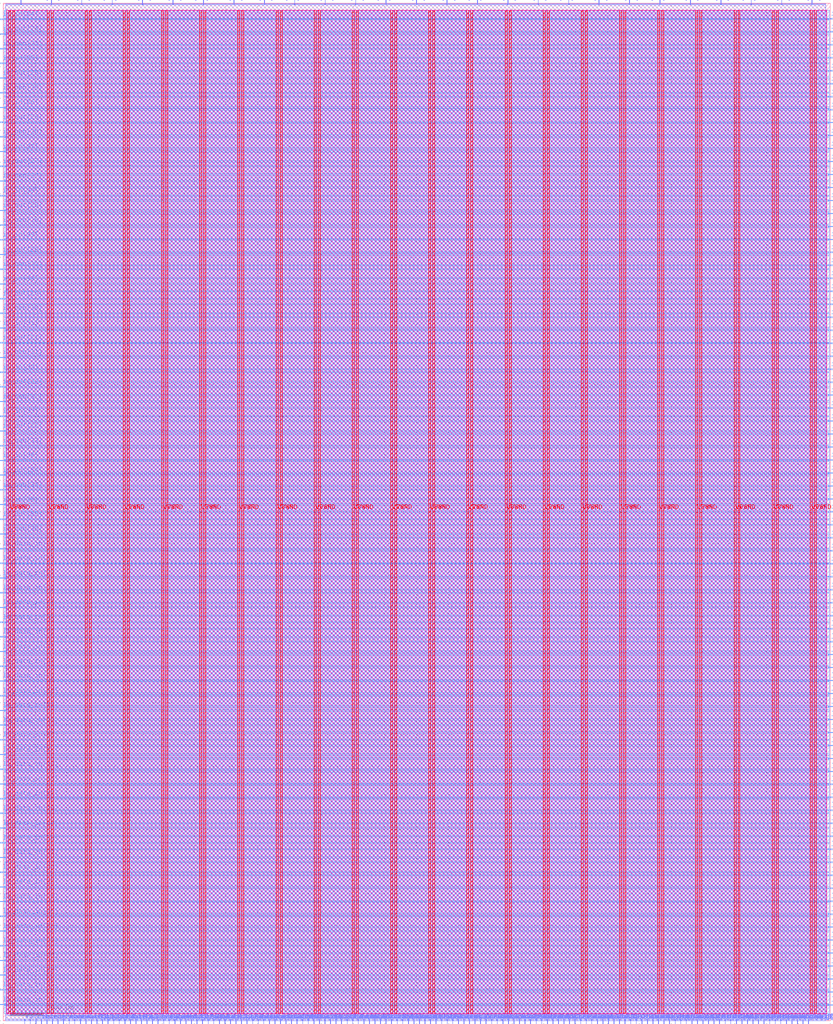
<source format=lef>
VERSION 5.7 ;
  NOWIREEXTENSIONATPIN ON ;
  DIVIDERCHAR "/" ;
  BUSBITCHARS "[]" ;
MACRO user_project_wrapper_mini4
  CLASS BLOCK ;
  FOREIGN user_project_wrapper_mini4 ;
  ORIGIN 0.000 0.000 ;
  SIZE 1300.000 BY 1600.000 ;
  PIN VGND
    DIRECTION INOUT ;
    USE GROUND ;
    PORT
      LAYER met4 ;
        RECT 15.170 10.640 18.270 1588.720 ;
    END
    PORT
      LAYER met4 ;
        RECT 75.170 10.640 78.270 1588.720 ;
    END
    PORT
      LAYER met4 ;
        RECT 135.170 10.640 138.270 1588.720 ;
    END
    PORT
      LAYER met4 ;
        RECT 195.170 10.640 198.270 1588.720 ;
    END
    PORT
      LAYER met4 ;
        RECT 255.170 10.640 258.270 1588.720 ;
    END
    PORT
      LAYER met4 ;
        RECT 315.170 10.640 318.270 1588.720 ;
    END
    PORT
      LAYER met4 ;
        RECT 375.170 10.640 378.270 1588.720 ;
    END
    PORT
      LAYER met4 ;
        RECT 435.170 10.640 438.270 1588.720 ;
    END
    PORT
      LAYER met4 ;
        RECT 495.170 10.640 498.270 1588.720 ;
    END
    PORT
      LAYER met4 ;
        RECT 555.170 10.640 558.270 1588.720 ;
    END
    PORT
      LAYER met4 ;
        RECT 615.170 10.640 618.270 1588.720 ;
    END
    PORT
      LAYER met4 ;
        RECT 675.170 10.640 678.270 1588.720 ;
    END
    PORT
      LAYER met4 ;
        RECT 735.170 10.640 738.270 1588.720 ;
    END
    PORT
      LAYER met4 ;
        RECT 795.170 10.640 798.270 1588.720 ;
    END
    PORT
      LAYER met4 ;
        RECT 855.170 10.640 858.270 1588.720 ;
    END
    PORT
      LAYER met4 ;
        RECT 915.170 10.640 918.270 1588.720 ;
    END
    PORT
      LAYER met4 ;
        RECT 975.170 10.640 978.270 1588.720 ;
    END
    PORT
      LAYER met4 ;
        RECT 1035.170 10.640 1038.270 1588.720 ;
    END
    PORT
      LAYER met4 ;
        RECT 1095.170 10.640 1098.270 1588.720 ;
    END
    PORT
      LAYER met4 ;
        RECT 1155.170 10.640 1158.270 1588.720 ;
    END
    PORT
      LAYER met4 ;
        RECT 1215.170 10.640 1218.270 1588.720 ;
    END
    PORT
      LAYER met4 ;
        RECT 1275.170 10.640 1278.270 1588.720 ;
    END
  END VGND
  PIN VPWR
    DIRECTION INOUT ;
    USE POWER ;
    PORT
      LAYER met4 ;
        RECT 8.970 10.640 12.070 1588.720 ;
    END
    PORT
      LAYER met4 ;
        RECT 68.970 10.640 72.070 1588.720 ;
    END
    PORT
      LAYER met4 ;
        RECT 128.970 10.640 132.070 1588.720 ;
    END
    PORT
      LAYER met4 ;
        RECT 188.970 10.640 192.070 1588.720 ;
    END
    PORT
      LAYER met4 ;
        RECT 248.970 10.640 252.070 1588.720 ;
    END
    PORT
      LAYER met4 ;
        RECT 308.970 10.640 312.070 1588.720 ;
    END
    PORT
      LAYER met4 ;
        RECT 368.970 10.640 372.070 1588.720 ;
    END
    PORT
      LAYER met4 ;
        RECT 428.970 10.640 432.070 1588.720 ;
    END
    PORT
      LAYER met4 ;
        RECT 488.970 10.640 492.070 1588.720 ;
    END
    PORT
      LAYER met4 ;
        RECT 548.970 10.640 552.070 1588.720 ;
    END
    PORT
      LAYER met4 ;
        RECT 608.970 10.640 612.070 1588.720 ;
    END
    PORT
      LAYER met4 ;
        RECT 668.970 10.640 672.070 1588.720 ;
    END
    PORT
      LAYER met4 ;
        RECT 728.970 10.640 732.070 1588.720 ;
    END
    PORT
      LAYER met4 ;
        RECT 788.970 10.640 792.070 1588.720 ;
    END
    PORT
      LAYER met4 ;
        RECT 848.970 10.640 852.070 1588.720 ;
    END
    PORT
      LAYER met4 ;
        RECT 908.970 10.640 912.070 1588.720 ;
    END
    PORT
      LAYER met4 ;
        RECT 968.970 10.640 972.070 1588.720 ;
    END
    PORT
      LAYER met4 ;
        RECT 1028.970 10.640 1032.070 1588.720 ;
    END
    PORT
      LAYER met4 ;
        RECT 1088.970 10.640 1092.070 1588.720 ;
    END
    PORT
      LAYER met4 ;
        RECT 1148.970 10.640 1152.070 1588.720 ;
    END
    PORT
      LAYER met4 ;
        RECT 1208.970 10.640 1212.070 1588.720 ;
    END
    PORT
      LAYER met4 ;
        RECT 1268.970 10.640 1272.070 1588.720 ;
    END
  END VPWR
  PIN io_in[0]
    DIRECTION INPUT ;
    USE SIGNAL ;
    PORT
      LAYER met3 ;
        RECT 1297.600 677.020 1304.800 678.220 ;
    END
  END io_in[0]
  PIN io_in[10]
    DIRECTION INPUT ;
    USE SIGNAL ;
    PORT
      LAYER met3 ;
        RECT 1297.600 1289.020 1304.800 1290.220 ;
    END
  END io_in[10]
  PIN io_in[11]
    DIRECTION INPUT ;
    USE SIGNAL ;
    PORT
      LAYER met3 ;
        RECT 1297.600 1350.220 1304.800 1351.420 ;
    END
  END io_in[11]
  PIN io_in[12]
    DIRECTION INPUT ;
    USE SIGNAL ;
    PORT
      LAYER met3 ;
        RECT 1297.600 1411.420 1304.800 1412.620 ;
    END
  END io_in[12]
  PIN io_in[13]
    DIRECTION INPUT ;
    USE SIGNAL ;
    PORT
      LAYER met3 ;
        RECT 1297.600 1472.620 1304.800 1473.820 ;
    END
  END io_in[13]
  PIN io_in[14]
    DIRECTION INPUT ;
    USE SIGNAL ;
    PORT
      LAYER met3 ;
        RECT 1297.600 1533.820 1304.800 1535.020 ;
    END
  END io_in[14]
  PIN io_in[15]
    DIRECTION INPUT ;
    USE SIGNAL ;
    PORT
      LAYER met2 ;
        RECT 1271.390 1597.600 1271.950 1604.800 ;
    END
  END io_in[15]
  PIN io_in[16]
    DIRECTION INPUT ;
    USE SIGNAL ;
    PORT
      LAYER met2 ;
        RECT 1127.870 1597.600 1128.430 1604.800 ;
    END
  END io_in[16]
  PIN io_in[17]
    DIRECTION INPUT ;
    USE SIGNAL ;
    PORT
      LAYER met2 ;
        RECT 984.350 1597.600 984.910 1604.800 ;
    END
  END io_in[17]
  PIN io_in[18]
    DIRECTION INPUT ;
    USE SIGNAL ;
    PORT
      LAYER met2 ;
        RECT 840.830 1597.600 841.390 1604.800 ;
    END
  END io_in[18]
  PIN io_in[19]
    DIRECTION INPUT ;
    USE SIGNAL ;
    PORT
      LAYER met2 ;
        RECT 697.310 1597.600 697.870 1604.800 ;
    END
  END io_in[19]
  PIN io_in[1]
    DIRECTION INPUT ;
    USE SIGNAL ;
    PORT
      LAYER met3 ;
        RECT 1297.600 738.220 1304.800 739.420 ;
    END
  END io_in[1]
  PIN io_in[20]
    DIRECTION INPUT ;
    USE SIGNAL ;
    PORT
      LAYER met2 ;
        RECT 553.790 1597.600 554.350 1604.800 ;
    END
  END io_in[20]
  PIN io_in[21]
    DIRECTION INPUT ;
    USE SIGNAL ;
    PORT
      LAYER met2 ;
        RECT 410.270 1597.600 410.830 1604.800 ;
    END
  END io_in[21]
  PIN io_in[22]
    DIRECTION INPUT ;
    USE SIGNAL ;
    PORT
      LAYER met2 ;
        RECT 266.750 1597.600 267.310 1604.800 ;
    END
  END io_in[22]
  PIN io_in[23]
    DIRECTION INPUT ;
    USE SIGNAL ;
    PORT
      LAYER met2 ;
        RECT 123.230 1597.600 123.790 1604.800 ;
    END
  END io_in[23]
  PIN io_in[24]
    DIRECTION INPUT ;
    USE SIGNAL ;
    PORT
      LAYER met3 ;
        RECT -4.800 1573.940 2.400 1575.140 ;
    END
  END io_in[24]
  PIN io_in[25]
    DIRECTION INPUT ;
    USE SIGNAL ;
    PORT
      LAYER met3 ;
        RECT -4.800 1504.580 2.400 1505.780 ;
    END
  END io_in[25]
  PIN io_in[26]
    DIRECTION INPUT ;
    USE SIGNAL ;
    PORT
      LAYER met3 ;
        RECT -4.800 1435.220 2.400 1436.420 ;
    END
  END io_in[26]
  PIN io_in[27]
    DIRECTION INPUT ;
    USE SIGNAL ;
    PORT
      LAYER met3 ;
        RECT -4.800 1365.860 2.400 1367.060 ;
    END
  END io_in[27]
  PIN io_in[28]
    DIRECTION INPUT ;
    USE SIGNAL ;
    PORT
      LAYER met3 ;
        RECT -4.800 1296.500 2.400 1297.700 ;
    END
  END io_in[28]
  PIN io_in[29]
    DIRECTION INPUT ;
    USE SIGNAL ;
    PORT
      LAYER met3 ;
        RECT -4.800 1227.140 2.400 1228.340 ;
    END
  END io_in[29]
  PIN io_in[2]
    DIRECTION INPUT ;
    USE SIGNAL ;
    PORT
      LAYER met3 ;
        RECT 1297.600 799.420 1304.800 800.620 ;
    END
  END io_in[2]
  PIN io_in[30]
    DIRECTION INPUT ;
    USE SIGNAL ;
    PORT
      LAYER met3 ;
        RECT -4.800 1157.780 2.400 1158.980 ;
    END
  END io_in[30]
  PIN io_in[31]
    DIRECTION INPUT ;
    USE SIGNAL ;
    PORT
      LAYER met3 ;
        RECT -4.800 1088.420 2.400 1089.620 ;
    END
  END io_in[31]
  PIN io_in[32]
    DIRECTION INPUT ;
    USE SIGNAL ;
    PORT
      LAYER met3 ;
        RECT -4.800 1019.060 2.400 1020.260 ;
    END
  END io_in[32]
  PIN io_in[33]
    DIRECTION INPUT ;
    USE SIGNAL ;
    PORT
      LAYER met3 ;
        RECT -4.800 949.700 2.400 950.900 ;
    END
  END io_in[33]
  PIN io_in[34]
    DIRECTION INPUT ;
    USE SIGNAL ;
    PORT
      LAYER met3 ;
        RECT -4.800 880.340 2.400 881.540 ;
    END
  END io_in[34]
  PIN io_in[35]
    DIRECTION INPUT ;
    USE SIGNAL ;
    PORT
      LAYER met3 ;
        RECT -4.800 810.980 2.400 812.180 ;
    END
  END io_in[35]
  PIN io_in[3]
    DIRECTION INPUT ;
    USE SIGNAL ;
    PORT
      LAYER met3 ;
        RECT 1297.600 860.620 1304.800 861.820 ;
    END
  END io_in[3]
  PIN io_in[4]
    DIRECTION INPUT ;
    USE SIGNAL ;
    PORT
      LAYER met3 ;
        RECT 1297.600 921.820 1304.800 923.020 ;
    END
  END io_in[4]
  PIN io_in[5]
    DIRECTION INPUT ;
    USE SIGNAL ;
    PORT
      LAYER met3 ;
        RECT 1297.600 983.020 1304.800 984.220 ;
    END
  END io_in[5]
  PIN io_in[6]
    DIRECTION INPUT ;
    USE SIGNAL ;
    PORT
      LAYER met3 ;
        RECT 1297.600 1044.220 1304.800 1045.420 ;
    END
  END io_in[6]
  PIN io_in[7]
    DIRECTION INPUT ;
    USE SIGNAL ;
    PORT
      LAYER met3 ;
        RECT 1297.600 1105.420 1304.800 1106.620 ;
    END
  END io_in[7]
  PIN io_in[8]
    DIRECTION INPUT ;
    USE SIGNAL ;
    PORT
      LAYER met3 ;
        RECT 1297.600 1166.620 1304.800 1167.820 ;
    END
  END io_in[8]
  PIN io_in[9]
    DIRECTION INPUT ;
    USE SIGNAL ;
    PORT
      LAYER met3 ;
        RECT 1297.600 1227.820 1304.800 1229.020 ;
    END
  END io_in[9]
  PIN io_oeb[0]
    DIRECTION OUTPUT ;
    USE SIGNAL ;
    PORT
      LAYER met3 ;
        RECT 1297.600 717.820 1304.800 719.020 ;
    END
  END io_oeb[0]
  PIN io_oeb[10]
    DIRECTION OUTPUT ;
    USE SIGNAL ;
    PORT
      LAYER met3 ;
        RECT 1297.600 1329.820 1304.800 1331.020 ;
    END
  END io_oeb[10]
  PIN io_oeb[11]
    DIRECTION OUTPUT ;
    USE SIGNAL ;
    PORT
      LAYER met3 ;
        RECT 1297.600 1391.020 1304.800 1392.220 ;
    END
  END io_oeb[11]
  PIN io_oeb[12]
    DIRECTION OUTPUT ;
    USE SIGNAL ;
    PORT
      LAYER met3 ;
        RECT 1297.600 1452.220 1304.800 1453.420 ;
    END
  END io_oeb[12]
  PIN io_oeb[13]
    DIRECTION OUTPUT ;
    USE SIGNAL ;
    PORT
      LAYER met3 ;
        RECT 1297.600 1513.420 1304.800 1514.620 ;
    END
  END io_oeb[13]
  PIN io_oeb[14]
    DIRECTION OUTPUT ;
    USE SIGNAL ;
    PORT
      LAYER met3 ;
        RECT 1297.600 1574.620 1304.800 1575.820 ;
    END
  END io_oeb[14]
  PIN io_oeb[15]
    DIRECTION OUTPUT ;
    USE SIGNAL ;
    PORT
      LAYER met2 ;
        RECT 1175.710 1597.600 1176.270 1604.800 ;
    END
  END io_oeb[15]
  PIN io_oeb[16]
    DIRECTION OUTPUT ;
    USE SIGNAL ;
    PORT
      LAYER met2 ;
        RECT 1032.190 1597.600 1032.750 1604.800 ;
    END
  END io_oeb[16]
  PIN io_oeb[17]
    DIRECTION OUTPUT ;
    USE SIGNAL ;
    PORT
      LAYER met2 ;
        RECT 888.670 1597.600 889.230 1604.800 ;
    END
  END io_oeb[17]
  PIN io_oeb[18]
    DIRECTION OUTPUT ;
    USE SIGNAL ;
    PORT
      LAYER met2 ;
        RECT 745.150 1597.600 745.710 1604.800 ;
    END
  END io_oeb[18]
  PIN io_oeb[19]
    DIRECTION OUTPUT ;
    USE SIGNAL ;
    PORT
      LAYER met2 ;
        RECT 601.630 1597.600 602.190 1604.800 ;
    END
  END io_oeb[19]
  PIN io_oeb[1]
    DIRECTION OUTPUT ;
    USE SIGNAL ;
    PORT
      LAYER met3 ;
        RECT 1297.600 779.020 1304.800 780.220 ;
    END
  END io_oeb[1]
  PIN io_oeb[20]
    DIRECTION OUTPUT ;
    USE SIGNAL ;
    PORT
      LAYER met2 ;
        RECT 458.110 1597.600 458.670 1604.800 ;
    END
  END io_oeb[20]
  PIN io_oeb[21]
    DIRECTION OUTPUT ;
    USE SIGNAL ;
    PORT
      LAYER met2 ;
        RECT 314.590 1597.600 315.150 1604.800 ;
    END
  END io_oeb[21]
  PIN io_oeb[22]
    DIRECTION OUTPUT ;
    USE SIGNAL ;
    PORT
      LAYER met2 ;
        RECT 171.070 1597.600 171.630 1604.800 ;
    END
  END io_oeb[22]
  PIN io_oeb[23]
    DIRECTION OUTPUT ;
    USE SIGNAL ;
    PORT
      LAYER met2 ;
        RECT 27.550 1597.600 28.110 1604.800 ;
    END
  END io_oeb[23]
  PIN io_oeb[24]
    DIRECTION OUTPUT ;
    USE SIGNAL ;
    PORT
      LAYER met3 ;
        RECT -4.800 1527.700 2.400 1528.900 ;
    END
  END io_oeb[24]
  PIN io_oeb[25]
    DIRECTION OUTPUT ;
    USE SIGNAL ;
    PORT
      LAYER met3 ;
        RECT -4.800 1458.340 2.400 1459.540 ;
    END
  END io_oeb[25]
  PIN io_oeb[26]
    DIRECTION OUTPUT ;
    USE SIGNAL ;
    PORT
      LAYER met3 ;
        RECT -4.800 1388.980 2.400 1390.180 ;
    END
  END io_oeb[26]
  PIN io_oeb[27]
    DIRECTION OUTPUT ;
    USE SIGNAL ;
    PORT
      LAYER met3 ;
        RECT -4.800 1319.620 2.400 1320.820 ;
    END
  END io_oeb[27]
  PIN io_oeb[28]
    DIRECTION OUTPUT ;
    USE SIGNAL ;
    PORT
      LAYER met3 ;
        RECT -4.800 1250.260 2.400 1251.460 ;
    END
  END io_oeb[28]
  PIN io_oeb[29]
    DIRECTION OUTPUT ;
    USE SIGNAL ;
    PORT
      LAYER met3 ;
        RECT -4.800 1180.900 2.400 1182.100 ;
    END
  END io_oeb[29]
  PIN io_oeb[2]
    DIRECTION OUTPUT ;
    USE SIGNAL ;
    PORT
      LAYER met3 ;
        RECT 1297.600 840.220 1304.800 841.420 ;
    END
  END io_oeb[2]
  PIN io_oeb[30]
    DIRECTION OUTPUT ;
    USE SIGNAL ;
    PORT
      LAYER met3 ;
        RECT -4.800 1111.540 2.400 1112.740 ;
    END
  END io_oeb[30]
  PIN io_oeb[31]
    DIRECTION OUTPUT ;
    USE SIGNAL ;
    PORT
      LAYER met3 ;
        RECT -4.800 1042.180 2.400 1043.380 ;
    END
  END io_oeb[31]
  PIN io_oeb[32]
    DIRECTION OUTPUT ;
    USE SIGNAL ;
    PORT
      LAYER met3 ;
        RECT -4.800 972.820 2.400 974.020 ;
    END
  END io_oeb[32]
  PIN io_oeb[33]
    DIRECTION OUTPUT ;
    USE SIGNAL ;
    PORT
      LAYER met3 ;
        RECT -4.800 903.460 2.400 904.660 ;
    END
  END io_oeb[33]
  PIN io_oeb[34]
    DIRECTION OUTPUT ;
    USE SIGNAL ;
    PORT
      LAYER met3 ;
        RECT -4.800 834.100 2.400 835.300 ;
    END
  END io_oeb[34]
  PIN io_oeb[35]
    DIRECTION OUTPUT ;
    USE SIGNAL ;
    PORT
      LAYER met3 ;
        RECT -4.800 764.740 2.400 765.940 ;
    END
  END io_oeb[35]
  PIN io_oeb[3]
    DIRECTION OUTPUT ;
    USE SIGNAL ;
    PORT
      LAYER met3 ;
        RECT 1297.600 901.420 1304.800 902.620 ;
    END
  END io_oeb[3]
  PIN io_oeb[4]
    DIRECTION OUTPUT ;
    USE SIGNAL ;
    PORT
      LAYER met3 ;
        RECT 1297.600 962.620 1304.800 963.820 ;
    END
  END io_oeb[4]
  PIN io_oeb[5]
    DIRECTION OUTPUT ;
    USE SIGNAL ;
    PORT
      LAYER met3 ;
        RECT 1297.600 1023.820 1304.800 1025.020 ;
    END
  END io_oeb[5]
  PIN io_oeb[6]
    DIRECTION OUTPUT ;
    USE SIGNAL ;
    PORT
      LAYER met3 ;
        RECT 1297.600 1085.020 1304.800 1086.220 ;
    END
  END io_oeb[6]
  PIN io_oeb[7]
    DIRECTION OUTPUT ;
    USE SIGNAL ;
    PORT
      LAYER met3 ;
        RECT 1297.600 1146.220 1304.800 1147.420 ;
    END
  END io_oeb[7]
  PIN io_oeb[8]
    DIRECTION OUTPUT ;
    USE SIGNAL ;
    PORT
      LAYER met3 ;
        RECT 1297.600 1207.420 1304.800 1208.620 ;
    END
  END io_oeb[8]
  PIN io_oeb[9]
    DIRECTION OUTPUT ;
    USE SIGNAL ;
    PORT
      LAYER met3 ;
        RECT 1297.600 1268.620 1304.800 1269.820 ;
    END
  END io_oeb[9]
  PIN io_out[0]
    DIRECTION OUTPUT ;
    USE SIGNAL ;
    PORT
      LAYER met3 ;
        RECT 1297.600 697.420 1304.800 698.620 ;
    END
  END io_out[0]
  PIN io_out[10]
    DIRECTION OUTPUT ;
    USE SIGNAL ;
    PORT
      LAYER met3 ;
        RECT 1297.600 1309.420 1304.800 1310.620 ;
    END
  END io_out[10]
  PIN io_out[11]
    DIRECTION OUTPUT ;
    USE SIGNAL ;
    PORT
      LAYER met3 ;
        RECT 1297.600 1370.620 1304.800 1371.820 ;
    END
  END io_out[11]
  PIN io_out[12]
    DIRECTION OUTPUT ;
    USE SIGNAL ;
    PORT
      LAYER met3 ;
        RECT 1297.600 1431.820 1304.800 1433.020 ;
    END
  END io_out[12]
  PIN io_out[13]
    DIRECTION OUTPUT ;
    USE SIGNAL ;
    PORT
      LAYER met3 ;
        RECT 1297.600 1493.020 1304.800 1494.220 ;
    END
  END io_out[13]
  PIN io_out[14]
    DIRECTION OUTPUT ;
    USE SIGNAL ;
    PORT
      LAYER met3 ;
        RECT 1297.600 1554.220 1304.800 1555.420 ;
    END
  END io_out[14]
  PIN io_out[15]
    DIRECTION OUTPUT ;
    USE SIGNAL ;
    PORT
      LAYER met2 ;
        RECT 1223.550 1597.600 1224.110 1604.800 ;
    END
  END io_out[15]
  PIN io_out[16]
    DIRECTION OUTPUT ;
    USE SIGNAL ;
    PORT
      LAYER met2 ;
        RECT 1080.030 1597.600 1080.590 1604.800 ;
    END
  END io_out[16]
  PIN io_out[17]
    DIRECTION OUTPUT ;
    USE SIGNAL ;
    PORT
      LAYER met2 ;
        RECT 936.510 1597.600 937.070 1604.800 ;
    END
  END io_out[17]
  PIN io_out[18]
    DIRECTION OUTPUT ;
    USE SIGNAL ;
    PORT
      LAYER met2 ;
        RECT 792.990 1597.600 793.550 1604.800 ;
    END
  END io_out[18]
  PIN io_out[19]
    DIRECTION OUTPUT ;
    USE SIGNAL ;
    PORT
      LAYER met2 ;
        RECT 649.470 1597.600 650.030 1604.800 ;
    END
  END io_out[19]
  PIN io_out[1]
    DIRECTION OUTPUT ;
    USE SIGNAL ;
    PORT
      LAYER met3 ;
        RECT 1297.600 758.620 1304.800 759.820 ;
    END
  END io_out[1]
  PIN io_out[20]
    DIRECTION OUTPUT ;
    USE SIGNAL ;
    PORT
      LAYER met2 ;
        RECT 505.950 1597.600 506.510 1604.800 ;
    END
  END io_out[20]
  PIN io_out[21]
    DIRECTION OUTPUT ;
    USE SIGNAL ;
    PORT
      LAYER met2 ;
        RECT 362.430 1597.600 362.990 1604.800 ;
    END
  END io_out[21]
  PIN io_out[22]
    DIRECTION OUTPUT ;
    USE SIGNAL ;
    PORT
      LAYER met2 ;
        RECT 218.910 1597.600 219.470 1604.800 ;
    END
  END io_out[22]
  PIN io_out[23]
    DIRECTION OUTPUT ;
    USE SIGNAL ;
    PORT
      LAYER met2 ;
        RECT 75.390 1597.600 75.950 1604.800 ;
    END
  END io_out[23]
  PIN io_out[24]
    DIRECTION OUTPUT ;
    USE SIGNAL ;
    PORT
      LAYER met3 ;
        RECT -4.800 1550.820 2.400 1552.020 ;
    END
  END io_out[24]
  PIN io_out[25]
    DIRECTION OUTPUT ;
    USE SIGNAL ;
    PORT
      LAYER met3 ;
        RECT -4.800 1481.460 2.400 1482.660 ;
    END
  END io_out[25]
  PIN io_out[26]
    DIRECTION OUTPUT ;
    USE SIGNAL ;
    PORT
      LAYER met3 ;
        RECT -4.800 1412.100 2.400 1413.300 ;
    END
  END io_out[26]
  PIN io_out[27]
    DIRECTION OUTPUT ;
    USE SIGNAL ;
    PORT
      LAYER met3 ;
        RECT -4.800 1342.740 2.400 1343.940 ;
    END
  END io_out[27]
  PIN io_out[28]
    DIRECTION OUTPUT ;
    USE SIGNAL ;
    PORT
      LAYER met3 ;
        RECT -4.800 1273.380 2.400 1274.580 ;
    END
  END io_out[28]
  PIN io_out[29]
    DIRECTION OUTPUT ;
    USE SIGNAL ;
    PORT
      LAYER met3 ;
        RECT -4.800 1204.020 2.400 1205.220 ;
    END
  END io_out[29]
  PIN io_out[2]
    DIRECTION OUTPUT ;
    USE SIGNAL ;
    PORT
      LAYER met3 ;
        RECT 1297.600 819.820 1304.800 821.020 ;
    END
  END io_out[2]
  PIN io_out[30]
    DIRECTION OUTPUT ;
    USE SIGNAL ;
    PORT
      LAYER met3 ;
        RECT -4.800 1134.660 2.400 1135.860 ;
    END
  END io_out[30]
  PIN io_out[31]
    DIRECTION OUTPUT ;
    USE SIGNAL ;
    PORT
      LAYER met3 ;
        RECT -4.800 1065.300 2.400 1066.500 ;
    END
  END io_out[31]
  PIN io_out[32]
    DIRECTION OUTPUT ;
    USE SIGNAL ;
    PORT
      LAYER met3 ;
        RECT -4.800 995.940 2.400 997.140 ;
    END
  END io_out[32]
  PIN io_out[33]
    DIRECTION OUTPUT ;
    USE SIGNAL ;
    PORT
      LAYER met3 ;
        RECT -4.800 926.580 2.400 927.780 ;
    END
  END io_out[33]
  PIN io_out[34]
    DIRECTION OUTPUT ;
    USE SIGNAL ;
    PORT
      LAYER met3 ;
        RECT -4.800 857.220 2.400 858.420 ;
    END
  END io_out[34]
  PIN io_out[35]
    DIRECTION OUTPUT ;
    USE SIGNAL ;
    PORT
      LAYER met3 ;
        RECT -4.800 787.860 2.400 789.060 ;
    END
  END io_out[35]
  PIN io_out[3]
    DIRECTION OUTPUT ;
    USE SIGNAL ;
    PORT
      LAYER met3 ;
        RECT 1297.600 881.020 1304.800 882.220 ;
    END
  END io_out[3]
  PIN io_out[4]
    DIRECTION OUTPUT ;
    USE SIGNAL ;
    PORT
      LAYER met3 ;
        RECT 1297.600 942.220 1304.800 943.420 ;
    END
  END io_out[4]
  PIN io_out[5]
    DIRECTION OUTPUT ;
    USE SIGNAL ;
    PORT
      LAYER met3 ;
        RECT 1297.600 1003.420 1304.800 1004.620 ;
    END
  END io_out[5]
  PIN io_out[6]
    DIRECTION OUTPUT ;
    USE SIGNAL ;
    PORT
      LAYER met3 ;
        RECT 1297.600 1064.620 1304.800 1065.820 ;
    END
  END io_out[6]
  PIN io_out[7]
    DIRECTION OUTPUT ;
    USE SIGNAL ;
    PORT
      LAYER met3 ;
        RECT 1297.600 1125.820 1304.800 1127.020 ;
    END
  END io_out[7]
  PIN io_out[8]
    DIRECTION OUTPUT ;
    USE SIGNAL ;
    PORT
      LAYER met3 ;
        RECT 1297.600 1187.020 1304.800 1188.220 ;
    END
  END io_out[8]
  PIN io_out[9]
    DIRECTION OUTPUT ;
    USE SIGNAL ;
    PORT
      LAYER met3 ;
        RECT 1297.600 1248.220 1304.800 1249.420 ;
    END
  END io_out[9]
  PIN la_data_in[0]
    DIRECTION INPUT ;
    USE SIGNAL ;
    PORT
      LAYER met3 ;
        RECT -4.800 741.620 2.400 742.820 ;
    END
  END la_data_in[0]
  PIN la_data_in[10]
    DIRECTION INPUT ;
    USE SIGNAL ;
    PORT
      LAYER met3 ;
        RECT -4.800 510.420 2.400 511.620 ;
    END
  END la_data_in[10]
  PIN la_data_in[11]
    DIRECTION INPUT ;
    USE SIGNAL ;
    PORT
      LAYER met3 ;
        RECT -4.800 487.300 2.400 488.500 ;
    END
  END la_data_in[11]
  PIN la_data_in[12]
    DIRECTION INPUT ;
    USE SIGNAL ;
    PORT
      LAYER met3 ;
        RECT -4.800 464.180 2.400 465.380 ;
    END
  END la_data_in[12]
  PIN la_data_in[13]
    DIRECTION INPUT ;
    USE SIGNAL ;
    PORT
      LAYER met3 ;
        RECT -4.800 441.060 2.400 442.260 ;
    END
  END la_data_in[13]
  PIN la_data_in[14]
    DIRECTION INPUT ;
    USE SIGNAL ;
    PORT
      LAYER met3 ;
        RECT -4.800 417.940 2.400 419.140 ;
    END
  END la_data_in[14]
  PIN la_data_in[15]
    DIRECTION INPUT ;
    USE SIGNAL ;
    PORT
      LAYER met3 ;
        RECT -4.800 394.820 2.400 396.020 ;
    END
  END la_data_in[15]
  PIN la_data_in[16]
    DIRECTION INPUT ;
    USE SIGNAL ;
    PORT
      LAYER met3 ;
        RECT -4.800 371.700 2.400 372.900 ;
    END
  END la_data_in[16]
  PIN la_data_in[17]
    DIRECTION INPUT ;
    USE SIGNAL ;
    PORT
      LAYER met3 ;
        RECT -4.800 348.580 2.400 349.780 ;
    END
  END la_data_in[17]
  PIN la_data_in[18]
    DIRECTION INPUT ;
    USE SIGNAL ;
    PORT
      LAYER met3 ;
        RECT -4.800 325.460 2.400 326.660 ;
    END
  END la_data_in[18]
  PIN la_data_in[19]
    DIRECTION INPUT ;
    USE SIGNAL ;
    PORT
      LAYER met3 ;
        RECT -4.800 302.340 2.400 303.540 ;
    END
  END la_data_in[19]
  PIN la_data_in[1]
    DIRECTION INPUT ;
    USE SIGNAL ;
    PORT
      LAYER met3 ;
        RECT -4.800 718.500 2.400 719.700 ;
    END
  END la_data_in[1]
  PIN la_data_in[20]
    DIRECTION INPUT ;
    USE SIGNAL ;
    PORT
      LAYER met3 ;
        RECT -4.800 279.220 2.400 280.420 ;
    END
  END la_data_in[20]
  PIN la_data_in[21]
    DIRECTION INPUT ;
    USE SIGNAL ;
    PORT
      LAYER met3 ;
        RECT -4.800 256.100 2.400 257.300 ;
    END
  END la_data_in[21]
  PIN la_data_in[22]
    DIRECTION INPUT ;
    USE SIGNAL ;
    PORT
      LAYER met3 ;
        RECT -4.800 232.980 2.400 234.180 ;
    END
  END la_data_in[22]
  PIN la_data_in[23]
    DIRECTION INPUT ;
    USE SIGNAL ;
    PORT
      LAYER met3 ;
        RECT -4.800 209.860 2.400 211.060 ;
    END
  END la_data_in[23]
  PIN la_data_in[24]
    DIRECTION INPUT ;
    USE SIGNAL ;
    PORT
      LAYER met3 ;
        RECT -4.800 186.740 2.400 187.940 ;
    END
  END la_data_in[24]
  PIN la_data_in[25]
    DIRECTION INPUT ;
    USE SIGNAL ;
    PORT
      LAYER met3 ;
        RECT -4.800 163.620 2.400 164.820 ;
    END
  END la_data_in[25]
  PIN la_data_in[26]
    DIRECTION INPUT ;
    USE SIGNAL ;
    PORT
      LAYER met3 ;
        RECT -4.800 140.500 2.400 141.700 ;
    END
  END la_data_in[26]
  PIN la_data_in[27]
    DIRECTION INPUT ;
    USE SIGNAL ;
    PORT
      LAYER met3 ;
        RECT -4.800 117.380 2.400 118.580 ;
    END
  END la_data_in[27]
  PIN la_data_in[28]
    DIRECTION INPUT ;
    USE SIGNAL ;
    PORT
      LAYER met3 ;
        RECT -4.800 94.260 2.400 95.460 ;
    END
  END la_data_in[28]
  PIN la_data_in[29]
    DIRECTION INPUT ;
    USE SIGNAL ;
    PORT
      LAYER met3 ;
        RECT -4.800 71.140 2.400 72.340 ;
    END
  END la_data_in[29]
  PIN la_data_in[2]
    DIRECTION INPUT ;
    USE SIGNAL ;
    PORT
      LAYER met3 ;
        RECT -4.800 695.380 2.400 696.580 ;
    END
  END la_data_in[2]
  PIN la_data_in[30]
    DIRECTION INPUT ;
    USE SIGNAL ;
    PORT
      LAYER met3 ;
        RECT -4.800 48.020 2.400 49.220 ;
    END
  END la_data_in[30]
  PIN la_data_in[31]
    DIRECTION INPUT ;
    USE SIGNAL ;
    PORT
      LAYER met3 ;
        RECT -4.800 24.900 2.400 26.100 ;
    END
  END la_data_in[31]
  PIN la_data_in[3]
    DIRECTION INPUT ;
    USE SIGNAL ;
    PORT
      LAYER met3 ;
        RECT -4.800 672.260 2.400 673.460 ;
    END
  END la_data_in[3]
  PIN la_data_in[4]
    DIRECTION INPUT ;
    USE SIGNAL ;
    PORT
      LAYER met3 ;
        RECT -4.800 649.140 2.400 650.340 ;
    END
  END la_data_in[4]
  PIN la_data_in[5]
    DIRECTION INPUT ;
    USE SIGNAL ;
    PORT
      LAYER met3 ;
        RECT -4.800 626.020 2.400 627.220 ;
    END
  END la_data_in[5]
  PIN la_data_in[6]
    DIRECTION INPUT ;
    USE SIGNAL ;
    PORT
      LAYER met3 ;
        RECT -4.800 602.900 2.400 604.100 ;
    END
  END la_data_in[6]
  PIN la_data_in[7]
    DIRECTION INPUT ;
    USE SIGNAL ;
    PORT
      LAYER met3 ;
        RECT -4.800 579.780 2.400 580.980 ;
    END
  END la_data_in[7]
  PIN la_data_in[8]
    DIRECTION INPUT ;
    USE SIGNAL ;
    PORT
      LAYER met3 ;
        RECT -4.800 556.660 2.400 557.860 ;
    END
  END la_data_in[8]
  PIN la_data_in[9]
    DIRECTION INPUT ;
    USE SIGNAL ;
    PORT
      LAYER met3 ;
        RECT -4.800 533.540 2.400 534.740 ;
    END
  END la_data_in[9]
  PIN la_data_out[0]
    DIRECTION OUTPUT ;
    USE SIGNAL ;
    ANTENNADIFFAREA 2.673000 ;
    PORT
      LAYER met2 ;
        RECT 959.970 -4.800 960.530 2.400 ;
    END
  END la_data_out[0]
  PIN la_data_out[10]
    DIRECTION OUTPUT ;
    USE SIGNAL ;
    PORT
      LAYER met2 ;
        RECT 1047.370 -4.800 1047.930 2.400 ;
    END
  END la_data_out[10]
  PIN la_data_out[11]
    DIRECTION OUTPUT ;
    USE SIGNAL ;
    PORT
      LAYER met2 ;
        RECT 1056.110 -4.800 1056.670 2.400 ;
    END
  END la_data_out[11]
  PIN la_data_out[12]
    DIRECTION OUTPUT ;
    USE SIGNAL ;
    PORT
      LAYER met2 ;
        RECT 1064.850 -4.800 1065.410 2.400 ;
    END
  END la_data_out[12]
  PIN la_data_out[13]
    DIRECTION OUTPUT ;
    USE SIGNAL ;
    PORT
      LAYER met2 ;
        RECT 1073.590 -4.800 1074.150 2.400 ;
    END
  END la_data_out[13]
  PIN la_data_out[14]
    DIRECTION OUTPUT ;
    USE SIGNAL ;
    PORT
      LAYER met2 ;
        RECT 1082.330 -4.800 1082.890 2.400 ;
    END
  END la_data_out[14]
  PIN la_data_out[15]
    DIRECTION OUTPUT ;
    USE SIGNAL ;
    PORT
      LAYER met2 ;
        RECT 1091.070 -4.800 1091.630 2.400 ;
    END
  END la_data_out[15]
  PIN la_data_out[16]
    DIRECTION OUTPUT ;
    USE SIGNAL ;
    PORT
      LAYER met2 ;
        RECT 1099.810 -4.800 1100.370 2.400 ;
    END
  END la_data_out[16]
  PIN la_data_out[17]
    DIRECTION OUTPUT ;
    USE SIGNAL ;
    PORT
      LAYER met2 ;
        RECT 1108.550 -4.800 1109.110 2.400 ;
    END
  END la_data_out[17]
  PIN la_data_out[18]
    DIRECTION OUTPUT ;
    USE SIGNAL ;
    PORT
      LAYER met2 ;
        RECT 1117.290 -4.800 1117.850 2.400 ;
    END
  END la_data_out[18]
  PIN la_data_out[19]
    DIRECTION OUTPUT ;
    USE SIGNAL ;
    PORT
      LAYER met2 ;
        RECT 1126.030 -4.800 1126.590 2.400 ;
    END
  END la_data_out[19]
  PIN la_data_out[1]
    DIRECTION OUTPUT ;
    USE SIGNAL ;
    PORT
      LAYER met2 ;
        RECT 968.710 -4.800 969.270 2.400 ;
    END
  END la_data_out[1]
  PIN la_data_out[20]
    DIRECTION OUTPUT ;
    USE SIGNAL ;
    PORT
      LAYER met2 ;
        RECT 1134.770 -4.800 1135.330 2.400 ;
    END
  END la_data_out[20]
  PIN la_data_out[21]
    DIRECTION OUTPUT ;
    USE SIGNAL ;
    PORT
      LAYER met2 ;
        RECT 1143.510 -4.800 1144.070 2.400 ;
    END
  END la_data_out[21]
  PIN la_data_out[22]
    DIRECTION OUTPUT ;
    USE SIGNAL ;
    PORT
      LAYER met2 ;
        RECT 1152.250 -4.800 1152.810 2.400 ;
    END
  END la_data_out[22]
  PIN la_data_out[23]
    DIRECTION OUTPUT ;
    USE SIGNAL ;
    PORT
      LAYER met2 ;
        RECT 1160.990 -4.800 1161.550 2.400 ;
    END
  END la_data_out[23]
  PIN la_data_out[24]
    DIRECTION OUTPUT ;
    USE SIGNAL ;
    PORT
      LAYER met2 ;
        RECT 1169.730 -4.800 1170.290 2.400 ;
    END
  END la_data_out[24]
  PIN la_data_out[25]
    DIRECTION OUTPUT ;
    USE SIGNAL ;
    PORT
      LAYER met2 ;
        RECT 1178.470 -4.800 1179.030 2.400 ;
    END
  END la_data_out[25]
  PIN la_data_out[26]
    DIRECTION OUTPUT ;
    USE SIGNAL ;
    PORT
      LAYER met2 ;
        RECT 1187.210 -4.800 1187.770 2.400 ;
    END
  END la_data_out[26]
  PIN la_data_out[27]
    DIRECTION OUTPUT ;
    USE SIGNAL ;
    PORT
      LAYER met2 ;
        RECT 1195.950 -4.800 1196.510 2.400 ;
    END
  END la_data_out[27]
  PIN la_data_out[28]
    DIRECTION OUTPUT ;
    USE SIGNAL ;
    PORT
      LAYER met2 ;
        RECT 1204.690 -4.800 1205.250 2.400 ;
    END
  END la_data_out[28]
  PIN la_data_out[29]
    DIRECTION OUTPUT ;
    USE SIGNAL ;
    PORT
      LAYER met2 ;
        RECT 1213.430 -4.800 1213.990 2.400 ;
    END
  END la_data_out[29]
  PIN la_data_out[2]
    DIRECTION OUTPUT ;
    USE SIGNAL ;
    PORT
      LAYER met2 ;
        RECT 977.450 -4.800 978.010 2.400 ;
    END
  END la_data_out[2]
  PIN la_data_out[30]
    DIRECTION OUTPUT ;
    USE SIGNAL ;
    PORT
      LAYER met2 ;
        RECT 1222.170 -4.800 1222.730 2.400 ;
    END
  END la_data_out[30]
  PIN la_data_out[31]
    DIRECTION OUTPUT ;
    USE SIGNAL ;
    PORT
      LAYER met2 ;
        RECT 1230.910 -4.800 1231.470 2.400 ;
    END
  END la_data_out[31]
  PIN la_data_out[3]
    DIRECTION OUTPUT ;
    USE SIGNAL ;
    PORT
      LAYER met2 ;
        RECT 986.190 -4.800 986.750 2.400 ;
    END
  END la_data_out[3]
  PIN la_data_out[4]
    DIRECTION OUTPUT ;
    USE SIGNAL ;
    PORT
      LAYER met2 ;
        RECT 994.930 -4.800 995.490 2.400 ;
    END
  END la_data_out[4]
  PIN la_data_out[5]
    DIRECTION OUTPUT ;
    USE SIGNAL ;
    PORT
      LAYER met2 ;
        RECT 1003.670 -4.800 1004.230 2.400 ;
    END
  END la_data_out[5]
  PIN la_data_out[6]
    DIRECTION OUTPUT ;
    USE SIGNAL ;
    PORT
      LAYER met2 ;
        RECT 1012.410 -4.800 1012.970 2.400 ;
    END
  END la_data_out[6]
  PIN la_data_out[7]
    DIRECTION OUTPUT ;
    USE SIGNAL ;
    PORT
      LAYER met2 ;
        RECT 1021.150 -4.800 1021.710 2.400 ;
    END
  END la_data_out[7]
  PIN la_data_out[8]
    DIRECTION OUTPUT ;
    USE SIGNAL ;
    PORT
      LAYER met2 ;
        RECT 1029.890 -4.800 1030.450 2.400 ;
    END
  END la_data_out[8]
  PIN la_data_out[9]
    DIRECTION OUTPUT ;
    USE SIGNAL ;
    PORT
      LAYER met2 ;
        RECT 1038.630 -4.800 1039.190 2.400 ;
    END
  END la_data_out[9]
  PIN la_oenb[0]
    DIRECTION INPUT ;
    USE SIGNAL ;
    PORT
      LAYER met3 ;
        RECT 1297.600 24.220 1304.800 25.420 ;
    END
  END la_oenb[0]
  PIN la_oenb[10]
    DIRECTION INPUT ;
    USE SIGNAL ;
    PORT
      LAYER met3 ;
        RECT 1297.600 228.220 1304.800 229.420 ;
    END
  END la_oenb[10]
  PIN la_oenb[11]
    DIRECTION INPUT ;
    USE SIGNAL ;
    PORT
      LAYER met3 ;
        RECT 1297.600 248.620 1304.800 249.820 ;
    END
  END la_oenb[11]
  PIN la_oenb[12]
    DIRECTION INPUT ;
    USE SIGNAL ;
    PORT
      LAYER met3 ;
        RECT 1297.600 269.020 1304.800 270.220 ;
    END
  END la_oenb[12]
  PIN la_oenb[13]
    DIRECTION INPUT ;
    USE SIGNAL ;
    PORT
      LAYER met3 ;
        RECT 1297.600 289.420 1304.800 290.620 ;
    END
  END la_oenb[13]
  PIN la_oenb[14]
    DIRECTION INPUT ;
    USE SIGNAL ;
    PORT
      LAYER met3 ;
        RECT 1297.600 309.820 1304.800 311.020 ;
    END
  END la_oenb[14]
  PIN la_oenb[15]
    DIRECTION INPUT ;
    USE SIGNAL ;
    PORT
      LAYER met3 ;
        RECT 1297.600 330.220 1304.800 331.420 ;
    END
  END la_oenb[15]
  PIN la_oenb[16]
    DIRECTION INPUT ;
    USE SIGNAL ;
    PORT
      LAYER met3 ;
        RECT 1297.600 350.620 1304.800 351.820 ;
    END
  END la_oenb[16]
  PIN la_oenb[17]
    DIRECTION INPUT ;
    USE SIGNAL ;
    PORT
      LAYER met3 ;
        RECT 1297.600 371.020 1304.800 372.220 ;
    END
  END la_oenb[17]
  PIN la_oenb[18]
    DIRECTION INPUT ;
    USE SIGNAL ;
    PORT
      LAYER met3 ;
        RECT 1297.600 391.420 1304.800 392.620 ;
    END
  END la_oenb[18]
  PIN la_oenb[19]
    DIRECTION INPUT ;
    USE SIGNAL ;
    PORT
      LAYER met3 ;
        RECT 1297.600 411.820 1304.800 413.020 ;
    END
  END la_oenb[19]
  PIN la_oenb[1]
    DIRECTION INPUT ;
    USE SIGNAL ;
    PORT
      LAYER met3 ;
        RECT 1297.600 44.620 1304.800 45.820 ;
    END
  END la_oenb[1]
  PIN la_oenb[20]
    DIRECTION INPUT ;
    USE SIGNAL ;
    PORT
      LAYER met3 ;
        RECT 1297.600 432.220 1304.800 433.420 ;
    END
  END la_oenb[20]
  PIN la_oenb[21]
    DIRECTION INPUT ;
    USE SIGNAL ;
    PORT
      LAYER met3 ;
        RECT 1297.600 452.620 1304.800 453.820 ;
    END
  END la_oenb[21]
  PIN la_oenb[22]
    DIRECTION INPUT ;
    USE SIGNAL ;
    PORT
      LAYER met3 ;
        RECT 1297.600 473.020 1304.800 474.220 ;
    END
  END la_oenb[22]
  PIN la_oenb[23]
    DIRECTION INPUT ;
    USE SIGNAL ;
    PORT
      LAYER met3 ;
        RECT 1297.600 493.420 1304.800 494.620 ;
    END
  END la_oenb[23]
  PIN la_oenb[24]
    DIRECTION INPUT ;
    USE SIGNAL ;
    PORT
      LAYER met3 ;
        RECT 1297.600 513.820 1304.800 515.020 ;
    END
  END la_oenb[24]
  PIN la_oenb[25]
    DIRECTION INPUT ;
    USE SIGNAL ;
    PORT
      LAYER met3 ;
        RECT 1297.600 534.220 1304.800 535.420 ;
    END
  END la_oenb[25]
  PIN la_oenb[26]
    DIRECTION INPUT ;
    USE SIGNAL ;
    PORT
      LAYER met3 ;
        RECT 1297.600 554.620 1304.800 555.820 ;
    END
  END la_oenb[26]
  PIN la_oenb[27]
    DIRECTION INPUT ;
    USE SIGNAL ;
    PORT
      LAYER met3 ;
        RECT 1297.600 575.020 1304.800 576.220 ;
    END
  END la_oenb[27]
  PIN la_oenb[28]
    DIRECTION INPUT ;
    USE SIGNAL ;
    PORT
      LAYER met3 ;
        RECT 1297.600 595.420 1304.800 596.620 ;
    END
  END la_oenb[28]
  PIN la_oenb[29]
    DIRECTION INPUT ;
    USE SIGNAL ;
    PORT
      LAYER met3 ;
        RECT 1297.600 615.820 1304.800 617.020 ;
    END
  END la_oenb[29]
  PIN la_oenb[2]
    DIRECTION INPUT ;
    USE SIGNAL ;
    PORT
      LAYER met3 ;
        RECT 1297.600 65.020 1304.800 66.220 ;
    END
  END la_oenb[2]
  PIN la_oenb[30]
    DIRECTION INPUT ;
    USE SIGNAL ;
    PORT
      LAYER met3 ;
        RECT 1297.600 636.220 1304.800 637.420 ;
    END
  END la_oenb[30]
  PIN la_oenb[31]
    DIRECTION INPUT ;
    USE SIGNAL ;
    PORT
      LAYER met3 ;
        RECT 1297.600 656.620 1304.800 657.820 ;
    END
  END la_oenb[31]
  PIN la_oenb[3]
    DIRECTION INPUT ;
    USE SIGNAL ;
    PORT
      LAYER met3 ;
        RECT 1297.600 85.420 1304.800 86.620 ;
    END
  END la_oenb[3]
  PIN la_oenb[4]
    DIRECTION INPUT ;
    USE SIGNAL ;
    PORT
      LAYER met3 ;
        RECT 1297.600 105.820 1304.800 107.020 ;
    END
  END la_oenb[4]
  PIN la_oenb[5]
    DIRECTION INPUT ;
    USE SIGNAL ;
    PORT
      LAYER met3 ;
        RECT 1297.600 126.220 1304.800 127.420 ;
    END
  END la_oenb[5]
  PIN la_oenb[6]
    DIRECTION INPUT ;
    USE SIGNAL ;
    PORT
      LAYER met3 ;
        RECT 1297.600 146.620 1304.800 147.820 ;
    END
  END la_oenb[6]
  PIN la_oenb[7]
    DIRECTION INPUT ;
    USE SIGNAL ;
    PORT
      LAYER met3 ;
        RECT 1297.600 167.020 1304.800 168.220 ;
    END
  END la_oenb[7]
  PIN la_oenb[8]
    DIRECTION INPUT ;
    USE SIGNAL ;
    PORT
      LAYER met3 ;
        RECT 1297.600 187.420 1304.800 188.620 ;
    END
  END la_oenb[8]
  PIN la_oenb[9]
    DIRECTION INPUT ;
    USE SIGNAL ;
    PORT
      LAYER met3 ;
        RECT 1297.600 207.820 1304.800 209.020 ;
    END
  END la_oenb[9]
  PIN user_clock2
    DIRECTION INPUT ;
    USE SIGNAL ;
    PORT
      LAYER met2 ;
        RECT 1239.650 -4.800 1240.210 2.400 ;
    END
  END user_clock2
  PIN user_irq[0]
    DIRECTION OUTPUT ;
    USE SIGNAL ;
    PORT
      LAYER met2 ;
        RECT 1248.390 -4.800 1248.950 2.400 ;
    END
  END user_irq[0]
  PIN user_irq[1]
    DIRECTION OUTPUT ;
    USE SIGNAL ;
    PORT
      LAYER met2 ;
        RECT 1257.130 -4.800 1257.690 2.400 ;
    END
  END user_irq[1]
  PIN user_irq[2]
    DIRECTION OUTPUT ;
    USE SIGNAL ;
    PORT
      LAYER met2 ;
        RECT 1265.870 -4.800 1266.430 2.400 ;
    END
  END user_irq[2]
  PIN wb_clk_i
    DIRECTION INPUT ;
    USE SIGNAL ;
    ANTENNAGATEAREA 1.286700 ;
    ANTENNADIFFAREA 0.434700 ;
    PORT
      LAYER met2 ;
        RECT 33.530 -4.800 34.090 2.400 ;
    END
  END wb_clk_i
  PIN wb_rst_i
    DIRECTION INPUT ;
    USE SIGNAL ;
    ANTENNAGATEAREA 0.560700 ;
    ANTENNADIFFAREA 0.434700 ;
    PORT
      LAYER met2 ;
        RECT 42.270 -4.800 42.830 2.400 ;
    END
  END wb_rst_i
  PIN wbs_ack_o
    DIRECTION OUTPUT ;
    USE SIGNAL ;
    ANTENNADIFFAREA 2.673000 ;
    PORT
      LAYER met2 ;
        RECT 51.010 -4.800 51.570 2.400 ;
    END
  END wbs_ack_o
  PIN wbs_adr_i[0]
    DIRECTION INPUT ;
    USE SIGNAL ;
    ANTENNAGATEAREA 0.560700 ;
    ANTENNADIFFAREA 0.434700 ;
    PORT
      LAYER met2 ;
        RECT 85.970 -4.800 86.530 2.400 ;
    END
  END wbs_adr_i[0]
  PIN wbs_adr_i[10]
    DIRECTION INPUT ;
    USE SIGNAL ;
    ANTENNAGATEAREA 0.560700 ;
    ANTENNADIFFAREA 0.434700 ;
    PORT
      LAYER met2 ;
        RECT 383.130 -4.800 383.690 2.400 ;
    END
  END wbs_adr_i[10]
  PIN wbs_adr_i[11]
    DIRECTION INPUT ;
    USE SIGNAL ;
    ANTENNAGATEAREA 0.631200 ;
    ANTENNADIFFAREA 0.434700 ;
    PORT
      LAYER met2 ;
        RECT 409.350 -4.800 409.910 2.400 ;
    END
  END wbs_adr_i[11]
  PIN wbs_adr_i[12]
    DIRECTION INPUT ;
    USE SIGNAL ;
    ANTENNAGATEAREA 0.560700 ;
    ANTENNADIFFAREA 0.434700 ;
    PORT
      LAYER met2 ;
        RECT 435.570 -4.800 436.130 2.400 ;
    END
  END wbs_adr_i[12]
  PIN wbs_adr_i[13]
    DIRECTION INPUT ;
    USE SIGNAL ;
    ANTENNAGATEAREA 0.560700 ;
    ANTENNADIFFAREA 0.434700 ;
    PORT
      LAYER met2 ;
        RECT 461.790 -4.800 462.350 2.400 ;
    END
  END wbs_adr_i[13]
  PIN wbs_adr_i[14]
    DIRECTION INPUT ;
    USE SIGNAL ;
    ANTENNAGATEAREA 0.560700 ;
    ANTENNADIFFAREA 0.434700 ;
    PORT
      LAYER met2 ;
        RECT 488.010 -4.800 488.570 2.400 ;
    END
  END wbs_adr_i[14]
  PIN wbs_adr_i[15]
    DIRECTION INPUT ;
    USE SIGNAL ;
    ANTENNAGATEAREA 0.631200 ;
    ANTENNADIFFAREA 0.434700 ;
    PORT
      LAYER met2 ;
        RECT 514.230 -4.800 514.790 2.400 ;
    END
  END wbs_adr_i[15]
  PIN wbs_adr_i[16]
    DIRECTION INPUT ;
    USE SIGNAL ;
    PORT
      LAYER met2 ;
        RECT 540.450 -4.800 541.010 2.400 ;
    END
  END wbs_adr_i[16]
  PIN wbs_adr_i[17]
    DIRECTION INPUT ;
    USE SIGNAL ;
    PORT
      LAYER met2 ;
        RECT 566.670 -4.800 567.230 2.400 ;
    END
  END wbs_adr_i[17]
  PIN wbs_adr_i[18]
    DIRECTION INPUT ;
    USE SIGNAL ;
    PORT
      LAYER met2 ;
        RECT 592.890 -4.800 593.450 2.400 ;
    END
  END wbs_adr_i[18]
  PIN wbs_adr_i[19]
    DIRECTION INPUT ;
    USE SIGNAL ;
    PORT
      LAYER met2 ;
        RECT 619.110 -4.800 619.670 2.400 ;
    END
  END wbs_adr_i[19]
  PIN wbs_adr_i[1]
    DIRECTION INPUT ;
    USE SIGNAL ;
    ANTENNAGATEAREA 0.560700 ;
    ANTENNADIFFAREA 0.434700 ;
    PORT
      LAYER met2 ;
        RECT 120.930 -4.800 121.490 2.400 ;
    END
  END wbs_adr_i[1]
  PIN wbs_adr_i[20]
    DIRECTION INPUT ;
    USE SIGNAL ;
    PORT
      LAYER met2 ;
        RECT 645.330 -4.800 645.890 2.400 ;
    END
  END wbs_adr_i[20]
  PIN wbs_adr_i[21]
    DIRECTION INPUT ;
    USE SIGNAL ;
    PORT
      LAYER met2 ;
        RECT 671.550 -4.800 672.110 2.400 ;
    END
  END wbs_adr_i[21]
  PIN wbs_adr_i[22]
    DIRECTION INPUT ;
    USE SIGNAL ;
    PORT
      LAYER met2 ;
        RECT 697.770 -4.800 698.330 2.400 ;
    END
  END wbs_adr_i[22]
  PIN wbs_adr_i[23]
    DIRECTION INPUT ;
    USE SIGNAL ;
    PORT
      LAYER met2 ;
        RECT 723.990 -4.800 724.550 2.400 ;
    END
  END wbs_adr_i[23]
  PIN wbs_adr_i[24]
    DIRECTION INPUT ;
    USE SIGNAL ;
    PORT
      LAYER met2 ;
        RECT 750.210 -4.800 750.770 2.400 ;
    END
  END wbs_adr_i[24]
  PIN wbs_adr_i[25]
    DIRECTION INPUT ;
    USE SIGNAL ;
    PORT
      LAYER met2 ;
        RECT 776.430 -4.800 776.990 2.400 ;
    END
  END wbs_adr_i[25]
  PIN wbs_adr_i[26]
    DIRECTION INPUT ;
    USE SIGNAL ;
    PORT
      LAYER met2 ;
        RECT 802.650 -4.800 803.210 2.400 ;
    END
  END wbs_adr_i[26]
  PIN wbs_adr_i[27]
    DIRECTION INPUT ;
    USE SIGNAL ;
    PORT
      LAYER met2 ;
        RECT 828.870 -4.800 829.430 2.400 ;
    END
  END wbs_adr_i[27]
  PIN wbs_adr_i[28]
    DIRECTION INPUT ;
    USE SIGNAL ;
    PORT
      LAYER met2 ;
        RECT 855.090 -4.800 855.650 2.400 ;
    END
  END wbs_adr_i[28]
  PIN wbs_adr_i[29]
    DIRECTION INPUT ;
    USE SIGNAL ;
    PORT
      LAYER met2 ;
        RECT 881.310 -4.800 881.870 2.400 ;
    END
  END wbs_adr_i[29]
  PIN wbs_adr_i[2]
    DIRECTION INPUT ;
    USE SIGNAL ;
    ANTENNAGATEAREA 0.560700 ;
    ANTENNADIFFAREA 0.434700 ;
    PORT
      LAYER met2 ;
        RECT 155.890 -4.800 156.450 2.400 ;
    END
  END wbs_adr_i[2]
  PIN wbs_adr_i[30]
    DIRECTION INPUT ;
    USE SIGNAL ;
    PORT
      LAYER met2 ;
        RECT 907.530 -4.800 908.090 2.400 ;
    END
  END wbs_adr_i[30]
  PIN wbs_adr_i[31]
    DIRECTION INPUT ;
    USE SIGNAL ;
    PORT
      LAYER met2 ;
        RECT 933.750 -4.800 934.310 2.400 ;
    END
  END wbs_adr_i[31]
  PIN wbs_adr_i[3]
    DIRECTION INPUT ;
    USE SIGNAL ;
    ANTENNAGATEAREA 0.560700 ;
    ANTENNADIFFAREA 0.434700 ;
    PORT
      LAYER met2 ;
        RECT 190.850 -4.800 191.410 2.400 ;
    END
  END wbs_adr_i[3]
  PIN wbs_adr_i[4]
    DIRECTION INPUT ;
    USE SIGNAL ;
    ANTENNAGATEAREA 0.560700 ;
    ANTENNADIFFAREA 0.434700 ;
    PORT
      LAYER met2 ;
        RECT 225.810 -4.800 226.370 2.400 ;
    END
  END wbs_adr_i[4]
  PIN wbs_adr_i[5]
    DIRECTION INPUT ;
    USE SIGNAL ;
    ANTENNAGATEAREA 0.560700 ;
    ANTENNADIFFAREA 0.434700 ;
    PORT
      LAYER met2 ;
        RECT 252.030 -4.800 252.590 2.400 ;
    END
  END wbs_adr_i[5]
  PIN wbs_adr_i[6]
    DIRECTION INPUT ;
    USE SIGNAL ;
    ANTENNAGATEAREA 0.560700 ;
    ANTENNADIFFAREA 0.434700 ;
    PORT
      LAYER met2 ;
        RECT 278.250 -4.800 278.810 2.400 ;
    END
  END wbs_adr_i[6]
  PIN wbs_adr_i[7]
    DIRECTION INPUT ;
    USE SIGNAL ;
    ANTENNAGATEAREA 0.560700 ;
    ANTENNADIFFAREA 0.434700 ;
    PORT
      LAYER met2 ;
        RECT 304.470 -4.800 305.030 2.400 ;
    END
  END wbs_adr_i[7]
  PIN wbs_adr_i[8]
    DIRECTION INPUT ;
    USE SIGNAL ;
    ANTENNAGATEAREA 0.560700 ;
    ANTENNADIFFAREA 0.434700 ;
    PORT
      LAYER met2 ;
        RECT 330.690 -4.800 331.250 2.400 ;
    END
  END wbs_adr_i[8]
  PIN wbs_adr_i[9]
    DIRECTION INPUT ;
    USE SIGNAL ;
    ANTENNAGATEAREA 0.560700 ;
    ANTENNADIFFAREA 0.434700 ;
    PORT
      LAYER met2 ;
        RECT 356.910 -4.800 357.470 2.400 ;
    END
  END wbs_adr_i[9]
  PIN wbs_cyc_i
    DIRECTION INPUT ;
    USE SIGNAL ;
    ANTENNAGATEAREA 0.560700 ;
    ANTENNADIFFAREA 0.434700 ;
    PORT
      LAYER met2 ;
        RECT 59.750 -4.800 60.310 2.400 ;
    END
  END wbs_cyc_i
  PIN wbs_dat_i[0]
    DIRECTION INPUT ;
    USE SIGNAL ;
    ANTENNAGATEAREA 0.560700 ;
    ANTENNADIFFAREA 0.434700 ;
    PORT
      LAYER met2 ;
        RECT 94.710 -4.800 95.270 2.400 ;
    END
  END wbs_dat_i[0]
  PIN wbs_dat_i[10]
    DIRECTION INPUT ;
    USE SIGNAL ;
    PORT
      LAYER met2 ;
        RECT 391.870 -4.800 392.430 2.400 ;
    END
  END wbs_dat_i[10]
  PIN wbs_dat_i[11]
    DIRECTION INPUT ;
    USE SIGNAL ;
    PORT
      LAYER met2 ;
        RECT 418.090 -4.800 418.650 2.400 ;
    END
  END wbs_dat_i[11]
  PIN wbs_dat_i[12]
    DIRECTION INPUT ;
    USE SIGNAL ;
    PORT
      LAYER met2 ;
        RECT 444.310 -4.800 444.870 2.400 ;
    END
  END wbs_dat_i[12]
  PIN wbs_dat_i[13]
    DIRECTION INPUT ;
    USE SIGNAL ;
    PORT
      LAYER met2 ;
        RECT 470.530 -4.800 471.090 2.400 ;
    END
  END wbs_dat_i[13]
  PIN wbs_dat_i[14]
    DIRECTION INPUT ;
    USE SIGNAL ;
    PORT
      LAYER met2 ;
        RECT 496.750 -4.800 497.310 2.400 ;
    END
  END wbs_dat_i[14]
  PIN wbs_dat_i[15]
    DIRECTION INPUT ;
    USE SIGNAL ;
    PORT
      LAYER met2 ;
        RECT 522.970 -4.800 523.530 2.400 ;
    END
  END wbs_dat_i[15]
  PIN wbs_dat_i[16]
    DIRECTION INPUT ;
    USE SIGNAL ;
    PORT
      LAYER met2 ;
        RECT 549.190 -4.800 549.750 2.400 ;
    END
  END wbs_dat_i[16]
  PIN wbs_dat_i[17]
    DIRECTION INPUT ;
    USE SIGNAL ;
    PORT
      LAYER met2 ;
        RECT 575.410 -4.800 575.970 2.400 ;
    END
  END wbs_dat_i[17]
  PIN wbs_dat_i[18]
    DIRECTION INPUT ;
    USE SIGNAL ;
    PORT
      LAYER met2 ;
        RECT 601.630 -4.800 602.190 2.400 ;
    END
  END wbs_dat_i[18]
  PIN wbs_dat_i[19]
    DIRECTION INPUT ;
    USE SIGNAL ;
    PORT
      LAYER met2 ;
        RECT 627.850 -4.800 628.410 2.400 ;
    END
  END wbs_dat_i[19]
  PIN wbs_dat_i[1]
    DIRECTION INPUT ;
    USE SIGNAL ;
    ANTENNAGATEAREA 0.560700 ;
    ANTENNADIFFAREA 0.434700 ;
    PORT
      LAYER met2 ;
        RECT 129.670 -4.800 130.230 2.400 ;
    END
  END wbs_dat_i[1]
  PIN wbs_dat_i[20]
    DIRECTION INPUT ;
    USE SIGNAL ;
    PORT
      LAYER met2 ;
        RECT 654.070 -4.800 654.630 2.400 ;
    END
  END wbs_dat_i[20]
  PIN wbs_dat_i[21]
    DIRECTION INPUT ;
    USE SIGNAL ;
    PORT
      LAYER met2 ;
        RECT 680.290 -4.800 680.850 2.400 ;
    END
  END wbs_dat_i[21]
  PIN wbs_dat_i[22]
    DIRECTION INPUT ;
    USE SIGNAL ;
    PORT
      LAYER met2 ;
        RECT 706.510 -4.800 707.070 2.400 ;
    END
  END wbs_dat_i[22]
  PIN wbs_dat_i[23]
    DIRECTION INPUT ;
    USE SIGNAL ;
    PORT
      LAYER met2 ;
        RECT 732.730 -4.800 733.290 2.400 ;
    END
  END wbs_dat_i[23]
  PIN wbs_dat_i[24]
    DIRECTION INPUT ;
    USE SIGNAL ;
    PORT
      LAYER met2 ;
        RECT 758.950 -4.800 759.510 2.400 ;
    END
  END wbs_dat_i[24]
  PIN wbs_dat_i[25]
    DIRECTION INPUT ;
    USE SIGNAL ;
    PORT
      LAYER met2 ;
        RECT 785.170 -4.800 785.730 2.400 ;
    END
  END wbs_dat_i[25]
  PIN wbs_dat_i[26]
    DIRECTION INPUT ;
    USE SIGNAL ;
    PORT
      LAYER met2 ;
        RECT 811.390 -4.800 811.950 2.400 ;
    END
  END wbs_dat_i[26]
  PIN wbs_dat_i[27]
    DIRECTION INPUT ;
    USE SIGNAL ;
    PORT
      LAYER met2 ;
        RECT 837.610 -4.800 838.170 2.400 ;
    END
  END wbs_dat_i[27]
  PIN wbs_dat_i[28]
    DIRECTION INPUT ;
    USE SIGNAL ;
    PORT
      LAYER met2 ;
        RECT 863.830 -4.800 864.390 2.400 ;
    END
  END wbs_dat_i[28]
  PIN wbs_dat_i[29]
    DIRECTION INPUT ;
    USE SIGNAL ;
    PORT
      LAYER met2 ;
        RECT 890.050 -4.800 890.610 2.400 ;
    END
  END wbs_dat_i[29]
  PIN wbs_dat_i[2]
    DIRECTION INPUT ;
    USE SIGNAL ;
    ANTENNAGATEAREA 0.560700 ;
    ANTENNADIFFAREA 0.434700 ;
    PORT
      LAYER met2 ;
        RECT 164.630 -4.800 165.190 2.400 ;
    END
  END wbs_dat_i[2]
  PIN wbs_dat_i[30]
    DIRECTION INPUT ;
    USE SIGNAL ;
    PORT
      LAYER met2 ;
        RECT 916.270 -4.800 916.830 2.400 ;
    END
  END wbs_dat_i[30]
  PIN wbs_dat_i[31]
    DIRECTION INPUT ;
    USE SIGNAL ;
    PORT
      LAYER met2 ;
        RECT 942.490 -4.800 943.050 2.400 ;
    END
  END wbs_dat_i[31]
  PIN wbs_dat_i[3]
    DIRECTION INPUT ;
    USE SIGNAL ;
    ANTENNAGATEAREA 0.560700 ;
    ANTENNADIFFAREA 0.434700 ;
    PORT
      LAYER met2 ;
        RECT 199.590 -4.800 200.150 2.400 ;
    END
  END wbs_dat_i[3]
  PIN wbs_dat_i[4]
    DIRECTION INPUT ;
    USE SIGNAL ;
    ANTENNAGATEAREA 0.560700 ;
    ANTENNADIFFAREA 0.434700 ;
    PORT
      LAYER met2 ;
        RECT 234.550 -4.800 235.110 2.400 ;
    END
  END wbs_dat_i[4]
  PIN wbs_dat_i[5]
    DIRECTION INPUT ;
    USE SIGNAL ;
    ANTENNAGATEAREA 0.560700 ;
    ANTENNADIFFAREA 0.434700 ;
    PORT
      LAYER met2 ;
        RECT 260.770 -4.800 261.330 2.400 ;
    END
  END wbs_dat_i[5]
  PIN wbs_dat_i[6]
    DIRECTION INPUT ;
    USE SIGNAL ;
    ANTENNAGATEAREA 0.560700 ;
    ANTENNADIFFAREA 0.434700 ;
    PORT
      LAYER met2 ;
        RECT 286.990 -4.800 287.550 2.400 ;
    END
  END wbs_dat_i[6]
  PIN wbs_dat_i[7]
    DIRECTION INPUT ;
    USE SIGNAL ;
    ANTENNAGATEAREA 0.560700 ;
    ANTENNADIFFAREA 0.434700 ;
    PORT
      LAYER met2 ;
        RECT 313.210 -4.800 313.770 2.400 ;
    END
  END wbs_dat_i[7]
  PIN wbs_dat_i[8]
    DIRECTION INPUT ;
    USE SIGNAL ;
    ANTENNAGATEAREA 0.560700 ;
    ANTENNADIFFAREA 0.434700 ;
    PORT
      LAYER met2 ;
        RECT 339.430 -4.800 339.990 2.400 ;
    END
  END wbs_dat_i[8]
  PIN wbs_dat_i[9]
    DIRECTION INPUT ;
    USE SIGNAL ;
    PORT
      LAYER met2 ;
        RECT 365.650 -4.800 366.210 2.400 ;
    END
  END wbs_dat_i[9]
  PIN wbs_dat_o[0]
    DIRECTION OUTPUT ;
    USE SIGNAL ;
    ANTENNADIFFAREA 2.673000 ;
    PORT
      LAYER met2 ;
        RECT 103.450 -4.800 104.010 2.400 ;
    END
  END wbs_dat_o[0]
  PIN wbs_dat_o[10]
    DIRECTION OUTPUT ;
    USE SIGNAL ;
    ANTENNADIFFAREA 2.673000 ;
    PORT
      LAYER met2 ;
        RECT 400.610 -4.800 401.170 2.400 ;
    END
  END wbs_dat_o[10]
  PIN wbs_dat_o[11]
    DIRECTION OUTPUT ;
    USE SIGNAL ;
    ANTENNADIFFAREA 2.673000 ;
    PORT
      LAYER met2 ;
        RECT 426.830 -4.800 427.390 2.400 ;
    END
  END wbs_dat_o[11]
  PIN wbs_dat_o[12]
    DIRECTION OUTPUT ;
    USE SIGNAL ;
    ANTENNADIFFAREA 2.673000 ;
    PORT
      LAYER met2 ;
        RECT 453.050 -4.800 453.610 2.400 ;
    END
  END wbs_dat_o[12]
  PIN wbs_dat_o[13]
    DIRECTION OUTPUT ;
    USE SIGNAL ;
    ANTENNADIFFAREA 2.673000 ;
    PORT
      LAYER met2 ;
        RECT 479.270 -4.800 479.830 2.400 ;
    END
  END wbs_dat_o[13]
  PIN wbs_dat_o[14]
    DIRECTION OUTPUT ;
    USE SIGNAL ;
    PORT
      LAYER met2 ;
        RECT 505.490 -4.800 506.050 2.400 ;
    END
  END wbs_dat_o[14]
  PIN wbs_dat_o[15]
    DIRECTION OUTPUT ;
    USE SIGNAL ;
    ANTENNADIFFAREA 2.673000 ;
    PORT
      LAYER met2 ;
        RECT 531.710 -4.800 532.270 2.400 ;
    END
  END wbs_dat_o[15]
  PIN wbs_dat_o[16]
    DIRECTION OUTPUT ;
    USE SIGNAL ;
    ANTENNADIFFAREA 2.673000 ;
    PORT
      LAYER met2 ;
        RECT 557.930 -4.800 558.490 2.400 ;
    END
  END wbs_dat_o[16]
  PIN wbs_dat_o[17]
    DIRECTION OUTPUT ;
    USE SIGNAL ;
    PORT
      LAYER met2 ;
        RECT 584.150 -4.800 584.710 2.400 ;
    END
  END wbs_dat_o[17]
  PIN wbs_dat_o[18]
    DIRECTION OUTPUT ;
    USE SIGNAL ;
    ANTENNADIFFAREA 2.673000 ;
    PORT
      LAYER met2 ;
        RECT 610.370 -4.800 610.930 2.400 ;
    END
  END wbs_dat_o[18]
  PIN wbs_dat_o[19]
    DIRECTION OUTPUT ;
    USE SIGNAL ;
    ANTENNADIFFAREA 2.673000 ;
    PORT
      LAYER met2 ;
        RECT 636.590 -4.800 637.150 2.400 ;
    END
  END wbs_dat_o[19]
  PIN wbs_dat_o[1]
    DIRECTION OUTPUT ;
    USE SIGNAL ;
    ANTENNADIFFAREA 2.673000 ;
    PORT
      LAYER met2 ;
        RECT 138.410 -4.800 138.970 2.400 ;
    END
  END wbs_dat_o[1]
  PIN wbs_dat_o[20]
    DIRECTION OUTPUT ;
    USE SIGNAL ;
    PORT
      LAYER met2 ;
        RECT 662.810 -4.800 663.370 2.400 ;
    END
  END wbs_dat_o[20]
  PIN wbs_dat_o[21]
    DIRECTION OUTPUT ;
    USE SIGNAL ;
    ANTENNADIFFAREA 2.673000 ;
    PORT
      LAYER met2 ;
        RECT 689.030 -4.800 689.590 2.400 ;
    END
  END wbs_dat_o[21]
  PIN wbs_dat_o[22]
    DIRECTION OUTPUT ;
    USE SIGNAL ;
    PORT
      LAYER met2 ;
        RECT 715.250 -4.800 715.810 2.400 ;
    END
  END wbs_dat_o[22]
  PIN wbs_dat_o[23]
    DIRECTION OUTPUT ;
    USE SIGNAL ;
    ANTENNADIFFAREA 2.673000 ;
    PORT
      LAYER met2 ;
        RECT 741.470 -4.800 742.030 2.400 ;
    END
  END wbs_dat_o[23]
  PIN wbs_dat_o[24]
    DIRECTION OUTPUT ;
    USE SIGNAL ;
    PORT
      LAYER met2 ;
        RECT 767.690 -4.800 768.250 2.400 ;
    END
  END wbs_dat_o[24]
  PIN wbs_dat_o[25]
    DIRECTION OUTPUT ;
    USE SIGNAL ;
    ANTENNADIFFAREA 2.673000 ;
    PORT
      LAYER met2 ;
        RECT 793.910 -4.800 794.470 2.400 ;
    END
  END wbs_dat_o[25]
  PIN wbs_dat_o[26]
    DIRECTION OUTPUT ;
    USE SIGNAL ;
    ANTENNADIFFAREA 2.673000 ;
    PORT
      LAYER met2 ;
        RECT 820.130 -4.800 820.690 2.400 ;
    END
  END wbs_dat_o[26]
  PIN wbs_dat_o[27]
    DIRECTION OUTPUT ;
    USE SIGNAL ;
    ANTENNADIFFAREA 2.673000 ;
    PORT
      LAYER met2 ;
        RECT 846.350 -4.800 846.910 2.400 ;
    END
  END wbs_dat_o[27]
  PIN wbs_dat_o[28]
    DIRECTION OUTPUT ;
    USE SIGNAL ;
    ANTENNADIFFAREA 2.673000 ;
    PORT
      LAYER met2 ;
        RECT 872.570 -4.800 873.130 2.400 ;
    END
  END wbs_dat_o[28]
  PIN wbs_dat_o[29]
    DIRECTION OUTPUT ;
    USE SIGNAL ;
    PORT
      LAYER met2 ;
        RECT 898.790 -4.800 899.350 2.400 ;
    END
  END wbs_dat_o[29]
  PIN wbs_dat_o[2]
    DIRECTION OUTPUT ;
    USE SIGNAL ;
    ANTENNADIFFAREA 2.673000 ;
    PORT
      LAYER met2 ;
        RECT 173.370 -4.800 173.930 2.400 ;
    END
  END wbs_dat_o[2]
  PIN wbs_dat_o[30]
    DIRECTION OUTPUT ;
    USE SIGNAL ;
    ANTENNADIFFAREA 2.673000 ;
    PORT
      LAYER met2 ;
        RECT 925.010 -4.800 925.570 2.400 ;
    END
  END wbs_dat_o[30]
  PIN wbs_dat_o[31]
    DIRECTION OUTPUT ;
    USE SIGNAL ;
    ANTENNADIFFAREA 2.673000 ;
    PORT
      LAYER met2 ;
        RECT 951.230 -4.800 951.790 2.400 ;
    END
  END wbs_dat_o[31]
  PIN wbs_dat_o[3]
    DIRECTION OUTPUT ;
    USE SIGNAL ;
    ANTENNADIFFAREA 2.673000 ;
    PORT
      LAYER met2 ;
        RECT 208.330 -4.800 208.890 2.400 ;
    END
  END wbs_dat_o[3]
  PIN wbs_dat_o[4]
    DIRECTION OUTPUT ;
    USE SIGNAL ;
    ANTENNADIFFAREA 2.673000 ;
    PORT
      LAYER met2 ;
        RECT 243.290 -4.800 243.850 2.400 ;
    END
  END wbs_dat_o[4]
  PIN wbs_dat_o[5]
    DIRECTION OUTPUT ;
    USE SIGNAL ;
    ANTENNADIFFAREA 2.673000 ;
    PORT
      LAYER met2 ;
        RECT 269.510 -4.800 270.070 2.400 ;
    END
  END wbs_dat_o[5]
  PIN wbs_dat_o[6]
    DIRECTION OUTPUT ;
    USE SIGNAL ;
    ANTENNADIFFAREA 2.673000 ;
    PORT
      LAYER met2 ;
        RECT 295.730 -4.800 296.290 2.400 ;
    END
  END wbs_dat_o[6]
  PIN wbs_dat_o[7]
    DIRECTION OUTPUT ;
    USE SIGNAL ;
    ANTENNADIFFAREA 2.673000 ;
    PORT
      LAYER met2 ;
        RECT 321.950 -4.800 322.510 2.400 ;
    END
  END wbs_dat_o[7]
  PIN wbs_dat_o[8]
    DIRECTION OUTPUT ;
    USE SIGNAL ;
    ANTENNADIFFAREA 2.673000 ;
    PORT
      LAYER met2 ;
        RECT 348.170 -4.800 348.730 2.400 ;
    END
  END wbs_dat_o[8]
  PIN wbs_dat_o[9]
    DIRECTION OUTPUT ;
    USE SIGNAL ;
    ANTENNADIFFAREA 2.673000 ;
    PORT
      LAYER met2 ;
        RECT 374.390 -4.800 374.950 2.400 ;
    END
  END wbs_dat_o[9]
  PIN wbs_sel_i[0]
    DIRECTION INPUT ;
    USE SIGNAL ;
    PORT
      LAYER met2 ;
        RECT 112.190 -4.800 112.750 2.400 ;
    END
  END wbs_sel_i[0]
  PIN wbs_sel_i[1]
    DIRECTION INPUT ;
    USE SIGNAL ;
    PORT
      LAYER met2 ;
        RECT 147.150 -4.800 147.710 2.400 ;
    END
  END wbs_sel_i[1]
  PIN wbs_sel_i[2]
    DIRECTION INPUT ;
    USE SIGNAL ;
    PORT
      LAYER met2 ;
        RECT 182.110 -4.800 182.670 2.400 ;
    END
  END wbs_sel_i[2]
  PIN wbs_sel_i[3]
    DIRECTION INPUT ;
    USE SIGNAL ;
    PORT
      LAYER met2 ;
        RECT 217.070 -4.800 217.630 2.400 ;
    END
  END wbs_sel_i[3]
  PIN wbs_stb_i
    DIRECTION INPUT ;
    USE SIGNAL ;
    ANTENNAGATEAREA 0.560700 ;
    ANTENNADIFFAREA 0.434700 ;
    PORT
      LAYER met2 ;
        RECT 68.490 -4.800 69.050 2.400 ;
    END
  END wbs_stb_i
  PIN wbs_we_i
    DIRECTION INPUT ;
    USE SIGNAL ;
    ANTENNAGATEAREA 0.560700 ;
    ANTENNADIFFAREA 0.434700 ;
    PORT
      LAYER met2 ;
        RECT 77.230 -4.800 77.790 2.400 ;
    END
  END wbs_we_i
  OBS
      LAYER nwell ;
        RECT 5.330 10.795 1294.630 1588.565 ;
      LAYER li1 ;
        RECT 5.520 10.795 1294.440 1588.565 ;
      LAYER met1 ;
        RECT 3.750 8.540 1294.440 1588.720 ;
      LAYER met2 ;
        RECT 3.770 1597.320 27.270 1599.090 ;
        RECT 28.390 1597.320 75.110 1599.090 ;
        RECT 76.230 1597.320 122.950 1599.090 ;
        RECT 124.070 1597.320 170.790 1599.090 ;
        RECT 171.910 1597.320 218.630 1599.090 ;
        RECT 219.750 1597.320 266.470 1599.090 ;
        RECT 267.590 1597.320 314.310 1599.090 ;
        RECT 315.430 1597.320 362.150 1599.090 ;
        RECT 363.270 1597.320 409.990 1599.090 ;
        RECT 411.110 1597.320 457.830 1599.090 ;
        RECT 458.950 1597.320 505.670 1599.090 ;
        RECT 506.790 1597.320 553.510 1599.090 ;
        RECT 554.630 1597.320 601.350 1599.090 ;
        RECT 602.470 1597.320 649.190 1599.090 ;
        RECT 650.310 1597.320 697.030 1599.090 ;
        RECT 698.150 1597.320 744.870 1599.090 ;
        RECT 745.990 1597.320 792.710 1599.090 ;
        RECT 793.830 1597.320 840.550 1599.090 ;
        RECT 841.670 1597.320 888.390 1599.090 ;
        RECT 889.510 1597.320 936.230 1599.090 ;
        RECT 937.350 1597.320 984.070 1599.090 ;
        RECT 985.190 1597.320 1031.910 1599.090 ;
        RECT 1033.030 1597.320 1079.750 1599.090 ;
        RECT 1080.870 1597.320 1127.590 1599.090 ;
        RECT 1128.710 1597.320 1175.430 1599.090 ;
        RECT 1176.550 1597.320 1223.270 1599.090 ;
        RECT 1224.390 1597.320 1271.110 1599.090 ;
        RECT 1272.230 1597.320 1292.970 1599.090 ;
        RECT 3.770 2.680 1292.970 1597.320 ;
        RECT 3.770 0.270 33.250 2.680 ;
        RECT 34.370 0.270 41.990 2.680 ;
        RECT 43.110 0.270 50.730 2.680 ;
        RECT 51.850 0.270 59.470 2.680 ;
        RECT 60.590 0.270 68.210 2.680 ;
        RECT 69.330 0.270 76.950 2.680 ;
        RECT 78.070 0.270 85.690 2.680 ;
        RECT 86.810 0.270 94.430 2.680 ;
        RECT 95.550 0.270 103.170 2.680 ;
        RECT 104.290 0.270 111.910 2.680 ;
        RECT 113.030 0.270 120.650 2.680 ;
        RECT 121.770 0.270 129.390 2.680 ;
        RECT 130.510 0.270 138.130 2.680 ;
        RECT 139.250 0.270 146.870 2.680 ;
        RECT 147.990 0.270 155.610 2.680 ;
        RECT 156.730 0.270 164.350 2.680 ;
        RECT 165.470 0.270 173.090 2.680 ;
        RECT 174.210 0.270 181.830 2.680 ;
        RECT 182.950 0.270 190.570 2.680 ;
        RECT 191.690 0.270 199.310 2.680 ;
        RECT 200.430 0.270 208.050 2.680 ;
        RECT 209.170 0.270 216.790 2.680 ;
        RECT 217.910 0.270 225.530 2.680 ;
        RECT 226.650 0.270 234.270 2.680 ;
        RECT 235.390 0.270 243.010 2.680 ;
        RECT 244.130 0.270 251.750 2.680 ;
        RECT 252.870 0.270 260.490 2.680 ;
        RECT 261.610 0.270 269.230 2.680 ;
        RECT 270.350 0.270 277.970 2.680 ;
        RECT 279.090 0.270 286.710 2.680 ;
        RECT 287.830 0.270 295.450 2.680 ;
        RECT 296.570 0.270 304.190 2.680 ;
        RECT 305.310 0.270 312.930 2.680 ;
        RECT 314.050 0.270 321.670 2.680 ;
        RECT 322.790 0.270 330.410 2.680 ;
        RECT 331.530 0.270 339.150 2.680 ;
        RECT 340.270 0.270 347.890 2.680 ;
        RECT 349.010 0.270 356.630 2.680 ;
        RECT 357.750 0.270 365.370 2.680 ;
        RECT 366.490 0.270 374.110 2.680 ;
        RECT 375.230 0.270 382.850 2.680 ;
        RECT 383.970 0.270 391.590 2.680 ;
        RECT 392.710 0.270 400.330 2.680 ;
        RECT 401.450 0.270 409.070 2.680 ;
        RECT 410.190 0.270 417.810 2.680 ;
        RECT 418.930 0.270 426.550 2.680 ;
        RECT 427.670 0.270 435.290 2.680 ;
        RECT 436.410 0.270 444.030 2.680 ;
        RECT 445.150 0.270 452.770 2.680 ;
        RECT 453.890 0.270 461.510 2.680 ;
        RECT 462.630 0.270 470.250 2.680 ;
        RECT 471.370 0.270 478.990 2.680 ;
        RECT 480.110 0.270 487.730 2.680 ;
        RECT 488.850 0.270 496.470 2.680 ;
        RECT 497.590 0.270 505.210 2.680 ;
        RECT 506.330 0.270 513.950 2.680 ;
        RECT 515.070 0.270 522.690 2.680 ;
        RECT 523.810 0.270 531.430 2.680 ;
        RECT 532.550 0.270 540.170 2.680 ;
        RECT 541.290 0.270 548.910 2.680 ;
        RECT 550.030 0.270 557.650 2.680 ;
        RECT 558.770 0.270 566.390 2.680 ;
        RECT 567.510 0.270 575.130 2.680 ;
        RECT 576.250 0.270 583.870 2.680 ;
        RECT 584.990 0.270 592.610 2.680 ;
        RECT 593.730 0.270 601.350 2.680 ;
        RECT 602.470 0.270 610.090 2.680 ;
        RECT 611.210 0.270 618.830 2.680 ;
        RECT 619.950 0.270 627.570 2.680 ;
        RECT 628.690 0.270 636.310 2.680 ;
        RECT 637.430 0.270 645.050 2.680 ;
        RECT 646.170 0.270 653.790 2.680 ;
        RECT 654.910 0.270 662.530 2.680 ;
        RECT 663.650 0.270 671.270 2.680 ;
        RECT 672.390 0.270 680.010 2.680 ;
        RECT 681.130 0.270 688.750 2.680 ;
        RECT 689.870 0.270 697.490 2.680 ;
        RECT 698.610 0.270 706.230 2.680 ;
        RECT 707.350 0.270 714.970 2.680 ;
        RECT 716.090 0.270 723.710 2.680 ;
        RECT 724.830 0.270 732.450 2.680 ;
        RECT 733.570 0.270 741.190 2.680 ;
        RECT 742.310 0.270 749.930 2.680 ;
        RECT 751.050 0.270 758.670 2.680 ;
        RECT 759.790 0.270 767.410 2.680 ;
        RECT 768.530 0.270 776.150 2.680 ;
        RECT 777.270 0.270 784.890 2.680 ;
        RECT 786.010 0.270 793.630 2.680 ;
        RECT 794.750 0.270 802.370 2.680 ;
        RECT 803.490 0.270 811.110 2.680 ;
        RECT 812.230 0.270 819.850 2.680 ;
        RECT 820.970 0.270 828.590 2.680 ;
        RECT 829.710 0.270 837.330 2.680 ;
        RECT 838.450 0.270 846.070 2.680 ;
        RECT 847.190 0.270 854.810 2.680 ;
        RECT 855.930 0.270 863.550 2.680 ;
        RECT 864.670 0.270 872.290 2.680 ;
        RECT 873.410 0.270 881.030 2.680 ;
        RECT 882.150 0.270 889.770 2.680 ;
        RECT 890.890 0.270 898.510 2.680 ;
        RECT 899.630 0.270 907.250 2.680 ;
        RECT 908.370 0.270 915.990 2.680 ;
        RECT 917.110 0.270 924.730 2.680 ;
        RECT 925.850 0.270 933.470 2.680 ;
        RECT 934.590 0.270 942.210 2.680 ;
        RECT 943.330 0.270 950.950 2.680 ;
        RECT 952.070 0.270 959.690 2.680 ;
        RECT 960.810 0.270 968.430 2.680 ;
        RECT 969.550 0.270 977.170 2.680 ;
        RECT 978.290 0.270 985.910 2.680 ;
        RECT 987.030 0.270 994.650 2.680 ;
        RECT 995.770 0.270 1003.390 2.680 ;
        RECT 1004.510 0.270 1012.130 2.680 ;
        RECT 1013.250 0.270 1020.870 2.680 ;
        RECT 1021.990 0.270 1029.610 2.680 ;
        RECT 1030.730 0.270 1038.350 2.680 ;
        RECT 1039.470 0.270 1047.090 2.680 ;
        RECT 1048.210 0.270 1055.830 2.680 ;
        RECT 1056.950 0.270 1064.570 2.680 ;
        RECT 1065.690 0.270 1073.310 2.680 ;
        RECT 1074.430 0.270 1082.050 2.680 ;
        RECT 1083.170 0.270 1090.790 2.680 ;
        RECT 1091.910 0.270 1099.530 2.680 ;
        RECT 1100.650 0.270 1108.270 2.680 ;
        RECT 1109.390 0.270 1117.010 2.680 ;
        RECT 1118.130 0.270 1125.750 2.680 ;
        RECT 1126.870 0.270 1134.490 2.680 ;
        RECT 1135.610 0.270 1143.230 2.680 ;
        RECT 1144.350 0.270 1151.970 2.680 ;
        RECT 1153.090 0.270 1160.710 2.680 ;
        RECT 1161.830 0.270 1169.450 2.680 ;
        RECT 1170.570 0.270 1178.190 2.680 ;
        RECT 1179.310 0.270 1186.930 2.680 ;
        RECT 1188.050 0.270 1195.670 2.680 ;
        RECT 1196.790 0.270 1204.410 2.680 ;
        RECT 1205.530 0.270 1213.150 2.680 ;
        RECT 1214.270 0.270 1221.890 2.680 ;
        RECT 1223.010 0.270 1230.630 2.680 ;
        RECT 1231.750 0.270 1239.370 2.680 ;
        RECT 1240.490 0.270 1248.110 2.680 ;
        RECT 1249.230 0.270 1256.850 2.680 ;
        RECT 1257.970 0.270 1265.590 2.680 ;
        RECT 1266.710 0.270 1292.970 2.680 ;
      LAYER met3 ;
        RECT 1.230 1576.220 1298.730 1588.645 ;
        RECT 1.230 1575.540 1297.200 1576.220 ;
        RECT 2.800 1574.220 1297.200 1575.540 ;
        RECT 2.800 1573.540 1298.730 1574.220 ;
        RECT 1.230 1555.820 1298.730 1573.540 ;
        RECT 1.230 1553.820 1297.200 1555.820 ;
        RECT 1.230 1552.420 1298.730 1553.820 ;
        RECT 2.800 1550.420 1298.730 1552.420 ;
        RECT 1.230 1535.420 1298.730 1550.420 ;
        RECT 1.230 1533.420 1297.200 1535.420 ;
        RECT 1.230 1529.300 1298.730 1533.420 ;
        RECT 2.800 1527.300 1298.730 1529.300 ;
        RECT 1.230 1515.020 1298.730 1527.300 ;
        RECT 1.230 1513.020 1297.200 1515.020 ;
        RECT 1.230 1506.180 1298.730 1513.020 ;
        RECT 2.800 1504.180 1298.730 1506.180 ;
        RECT 1.230 1494.620 1298.730 1504.180 ;
        RECT 1.230 1492.620 1297.200 1494.620 ;
        RECT 1.230 1483.060 1298.730 1492.620 ;
        RECT 2.800 1481.060 1298.730 1483.060 ;
        RECT 1.230 1474.220 1298.730 1481.060 ;
        RECT 1.230 1472.220 1297.200 1474.220 ;
        RECT 1.230 1459.940 1298.730 1472.220 ;
        RECT 2.800 1457.940 1298.730 1459.940 ;
        RECT 1.230 1453.820 1298.730 1457.940 ;
        RECT 1.230 1451.820 1297.200 1453.820 ;
        RECT 1.230 1436.820 1298.730 1451.820 ;
        RECT 2.800 1434.820 1298.730 1436.820 ;
        RECT 1.230 1433.420 1298.730 1434.820 ;
        RECT 1.230 1431.420 1297.200 1433.420 ;
        RECT 1.230 1413.700 1298.730 1431.420 ;
        RECT 2.800 1413.020 1298.730 1413.700 ;
        RECT 2.800 1411.700 1297.200 1413.020 ;
        RECT 1.230 1411.020 1297.200 1411.700 ;
        RECT 1.230 1392.620 1298.730 1411.020 ;
        RECT 1.230 1390.620 1297.200 1392.620 ;
        RECT 1.230 1390.580 1298.730 1390.620 ;
        RECT 2.800 1388.580 1298.730 1390.580 ;
        RECT 1.230 1372.220 1298.730 1388.580 ;
        RECT 1.230 1370.220 1297.200 1372.220 ;
        RECT 1.230 1367.460 1298.730 1370.220 ;
        RECT 2.800 1365.460 1298.730 1367.460 ;
        RECT 1.230 1351.820 1298.730 1365.460 ;
        RECT 1.230 1349.820 1297.200 1351.820 ;
        RECT 1.230 1344.340 1298.730 1349.820 ;
        RECT 2.800 1342.340 1298.730 1344.340 ;
        RECT 1.230 1331.420 1298.730 1342.340 ;
        RECT 1.230 1329.420 1297.200 1331.420 ;
        RECT 1.230 1321.220 1298.730 1329.420 ;
        RECT 2.800 1319.220 1298.730 1321.220 ;
        RECT 1.230 1311.020 1298.730 1319.220 ;
        RECT 1.230 1309.020 1297.200 1311.020 ;
        RECT 1.230 1298.100 1298.730 1309.020 ;
        RECT 2.800 1296.100 1298.730 1298.100 ;
        RECT 1.230 1290.620 1298.730 1296.100 ;
        RECT 1.230 1288.620 1297.200 1290.620 ;
        RECT 1.230 1274.980 1298.730 1288.620 ;
        RECT 2.800 1272.980 1298.730 1274.980 ;
        RECT 1.230 1270.220 1298.730 1272.980 ;
        RECT 1.230 1268.220 1297.200 1270.220 ;
        RECT 1.230 1251.860 1298.730 1268.220 ;
        RECT 2.800 1249.860 1298.730 1251.860 ;
        RECT 1.230 1249.820 1298.730 1249.860 ;
        RECT 1.230 1247.820 1297.200 1249.820 ;
        RECT 1.230 1229.420 1298.730 1247.820 ;
        RECT 1.230 1228.740 1297.200 1229.420 ;
        RECT 2.800 1227.420 1297.200 1228.740 ;
        RECT 2.800 1226.740 1298.730 1227.420 ;
        RECT 1.230 1209.020 1298.730 1226.740 ;
        RECT 1.230 1207.020 1297.200 1209.020 ;
        RECT 1.230 1205.620 1298.730 1207.020 ;
        RECT 2.800 1203.620 1298.730 1205.620 ;
        RECT 1.230 1188.620 1298.730 1203.620 ;
        RECT 1.230 1186.620 1297.200 1188.620 ;
        RECT 1.230 1182.500 1298.730 1186.620 ;
        RECT 2.800 1180.500 1298.730 1182.500 ;
        RECT 1.230 1168.220 1298.730 1180.500 ;
        RECT 1.230 1166.220 1297.200 1168.220 ;
        RECT 1.230 1159.380 1298.730 1166.220 ;
        RECT 2.800 1157.380 1298.730 1159.380 ;
        RECT 1.230 1147.820 1298.730 1157.380 ;
        RECT 1.230 1145.820 1297.200 1147.820 ;
        RECT 1.230 1136.260 1298.730 1145.820 ;
        RECT 2.800 1134.260 1298.730 1136.260 ;
        RECT 1.230 1127.420 1298.730 1134.260 ;
        RECT 1.230 1125.420 1297.200 1127.420 ;
        RECT 1.230 1113.140 1298.730 1125.420 ;
        RECT 2.800 1111.140 1298.730 1113.140 ;
        RECT 1.230 1107.020 1298.730 1111.140 ;
        RECT 1.230 1105.020 1297.200 1107.020 ;
        RECT 1.230 1090.020 1298.730 1105.020 ;
        RECT 2.800 1088.020 1298.730 1090.020 ;
        RECT 1.230 1086.620 1298.730 1088.020 ;
        RECT 1.230 1084.620 1297.200 1086.620 ;
        RECT 1.230 1066.900 1298.730 1084.620 ;
        RECT 2.800 1066.220 1298.730 1066.900 ;
        RECT 2.800 1064.900 1297.200 1066.220 ;
        RECT 1.230 1064.220 1297.200 1064.900 ;
        RECT 1.230 1045.820 1298.730 1064.220 ;
        RECT 1.230 1043.820 1297.200 1045.820 ;
        RECT 1.230 1043.780 1298.730 1043.820 ;
        RECT 2.800 1041.780 1298.730 1043.780 ;
        RECT 1.230 1025.420 1298.730 1041.780 ;
        RECT 1.230 1023.420 1297.200 1025.420 ;
        RECT 1.230 1020.660 1298.730 1023.420 ;
        RECT 2.800 1018.660 1298.730 1020.660 ;
        RECT 1.230 1005.020 1298.730 1018.660 ;
        RECT 1.230 1003.020 1297.200 1005.020 ;
        RECT 1.230 997.540 1298.730 1003.020 ;
        RECT 2.800 995.540 1298.730 997.540 ;
        RECT 1.230 984.620 1298.730 995.540 ;
        RECT 1.230 982.620 1297.200 984.620 ;
        RECT 1.230 974.420 1298.730 982.620 ;
        RECT 2.800 972.420 1298.730 974.420 ;
        RECT 1.230 964.220 1298.730 972.420 ;
        RECT 1.230 962.220 1297.200 964.220 ;
        RECT 1.230 951.300 1298.730 962.220 ;
        RECT 2.800 949.300 1298.730 951.300 ;
        RECT 1.230 943.820 1298.730 949.300 ;
        RECT 1.230 941.820 1297.200 943.820 ;
        RECT 1.230 928.180 1298.730 941.820 ;
        RECT 2.800 926.180 1298.730 928.180 ;
        RECT 1.230 923.420 1298.730 926.180 ;
        RECT 1.230 921.420 1297.200 923.420 ;
        RECT 1.230 905.060 1298.730 921.420 ;
        RECT 2.800 903.060 1298.730 905.060 ;
        RECT 1.230 903.020 1298.730 903.060 ;
        RECT 1.230 901.020 1297.200 903.020 ;
        RECT 1.230 882.620 1298.730 901.020 ;
        RECT 1.230 881.940 1297.200 882.620 ;
        RECT 2.800 880.620 1297.200 881.940 ;
        RECT 2.800 879.940 1298.730 880.620 ;
        RECT 1.230 862.220 1298.730 879.940 ;
        RECT 1.230 860.220 1297.200 862.220 ;
        RECT 1.230 858.820 1298.730 860.220 ;
        RECT 2.800 856.820 1298.730 858.820 ;
        RECT 1.230 841.820 1298.730 856.820 ;
        RECT 1.230 839.820 1297.200 841.820 ;
        RECT 1.230 835.700 1298.730 839.820 ;
        RECT 2.800 833.700 1298.730 835.700 ;
        RECT 1.230 821.420 1298.730 833.700 ;
        RECT 1.230 819.420 1297.200 821.420 ;
        RECT 1.230 812.580 1298.730 819.420 ;
        RECT 2.800 810.580 1298.730 812.580 ;
        RECT 1.230 801.020 1298.730 810.580 ;
        RECT 1.230 799.020 1297.200 801.020 ;
        RECT 1.230 789.460 1298.730 799.020 ;
        RECT 2.800 787.460 1298.730 789.460 ;
        RECT 1.230 780.620 1298.730 787.460 ;
        RECT 1.230 778.620 1297.200 780.620 ;
        RECT 1.230 766.340 1298.730 778.620 ;
        RECT 2.800 764.340 1298.730 766.340 ;
        RECT 1.230 760.220 1298.730 764.340 ;
        RECT 1.230 758.220 1297.200 760.220 ;
        RECT 1.230 743.220 1298.730 758.220 ;
        RECT 2.800 741.220 1298.730 743.220 ;
        RECT 1.230 739.820 1298.730 741.220 ;
        RECT 1.230 737.820 1297.200 739.820 ;
        RECT 1.230 720.100 1298.730 737.820 ;
        RECT 2.800 719.420 1298.730 720.100 ;
        RECT 2.800 718.100 1297.200 719.420 ;
        RECT 1.230 717.420 1297.200 718.100 ;
        RECT 1.230 699.020 1298.730 717.420 ;
        RECT 1.230 697.020 1297.200 699.020 ;
        RECT 1.230 696.980 1298.730 697.020 ;
        RECT 2.800 694.980 1298.730 696.980 ;
        RECT 1.230 678.620 1298.730 694.980 ;
        RECT 1.230 676.620 1297.200 678.620 ;
        RECT 1.230 673.860 1298.730 676.620 ;
        RECT 2.800 671.860 1298.730 673.860 ;
        RECT 1.230 658.220 1298.730 671.860 ;
        RECT 1.230 656.220 1297.200 658.220 ;
        RECT 1.230 650.740 1298.730 656.220 ;
        RECT 2.800 648.740 1298.730 650.740 ;
        RECT 1.230 637.820 1298.730 648.740 ;
        RECT 1.230 635.820 1297.200 637.820 ;
        RECT 1.230 627.620 1298.730 635.820 ;
        RECT 2.800 625.620 1298.730 627.620 ;
        RECT 1.230 617.420 1298.730 625.620 ;
        RECT 1.230 615.420 1297.200 617.420 ;
        RECT 1.230 604.500 1298.730 615.420 ;
        RECT 2.800 602.500 1298.730 604.500 ;
        RECT 1.230 597.020 1298.730 602.500 ;
        RECT 1.230 595.020 1297.200 597.020 ;
        RECT 1.230 581.380 1298.730 595.020 ;
        RECT 2.800 579.380 1298.730 581.380 ;
        RECT 1.230 576.620 1298.730 579.380 ;
        RECT 1.230 574.620 1297.200 576.620 ;
        RECT 1.230 558.260 1298.730 574.620 ;
        RECT 2.800 556.260 1298.730 558.260 ;
        RECT 1.230 556.220 1298.730 556.260 ;
        RECT 1.230 554.220 1297.200 556.220 ;
        RECT 1.230 535.820 1298.730 554.220 ;
        RECT 1.230 535.140 1297.200 535.820 ;
        RECT 2.800 533.820 1297.200 535.140 ;
        RECT 2.800 533.140 1298.730 533.820 ;
        RECT 1.230 515.420 1298.730 533.140 ;
        RECT 1.230 513.420 1297.200 515.420 ;
        RECT 1.230 512.020 1298.730 513.420 ;
        RECT 2.800 510.020 1298.730 512.020 ;
        RECT 1.230 495.020 1298.730 510.020 ;
        RECT 1.230 493.020 1297.200 495.020 ;
        RECT 1.230 488.900 1298.730 493.020 ;
        RECT 2.800 486.900 1298.730 488.900 ;
        RECT 1.230 474.620 1298.730 486.900 ;
        RECT 1.230 472.620 1297.200 474.620 ;
        RECT 1.230 465.780 1298.730 472.620 ;
        RECT 2.800 463.780 1298.730 465.780 ;
        RECT 1.230 454.220 1298.730 463.780 ;
        RECT 1.230 452.220 1297.200 454.220 ;
        RECT 1.230 442.660 1298.730 452.220 ;
        RECT 2.800 440.660 1298.730 442.660 ;
        RECT 1.230 433.820 1298.730 440.660 ;
        RECT 1.230 431.820 1297.200 433.820 ;
        RECT 1.230 419.540 1298.730 431.820 ;
        RECT 2.800 417.540 1298.730 419.540 ;
        RECT 1.230 413.420 1298.730 417.540 ;
        RECT 1.230 411.420 1297.200 413.420 ;
        RECT 1.230 396.420 1298.730 411.420 ;
        RECT 2.800 394.420 1298.730 396.420 ;
        RECT 1.230 393.020 1298.730 394.420 ;
        RECT 1.230 391.020 1297.200 393.020 ;
        RECT 1.230 373.300 1298.730 391.020 ;
        RECT 2.800 372.620 1298.730 373.300 ;
        RECT 2.800 371.300 1297.200 372.620 ;
        RECT 1.230 370.620 1297.200 371.300 ;
        RECT 1.230 352.220 1298.730 370.620 ;
        RECT 1.230 350.220 1297.200 352.220 ;
        RECT 1.230 350.180 1298.730 350.220 ;
        RECT 2.800 348.180 1298.730 350.180 ;
        RECT 1.230 331.820 1298.730 348.180 ;
        RECT 1.230 329.820 1297.200 331.820 ;
        RECT 1.230 327.060 1298.730 329.820 ;
        RECT 2.800 325.060 1298.730 327.060 ;
        RECT 1.230 311.420 1298.730 325.060 ;
        RECT 1.230 309.420 1297.200 311.420 ;
        RECT 1.230 303.940 1298.730 309.420 ;
        RECT 2.800 301.940 1298.730 303.940 ;
        RECT 1.230 291.020 1298.730 301.940 ;
        RECT 1.230 289.020 1297.200 291.020 ;
        RECT 1.230 280.820 1298.730 289.020 ;
        RECT 2.800 278.820 1298.730 280.820 ;
        RECT 1.230 270.620 1298.730 278.820 ;
        RECT 1.230 268.620 1297.200 270.620 ;
        RECT 1.230 257.700 1298.730 268.620 ;
        RECT 2.800 255.700 1298.730 257.700 ;
        RECT 1.230 250.220 1298.730 255.700 ;
        RECT 1.230 248.220 1297.200 250.220 ;
        RECT 1.230 234.580 1298.730 248.220 ;
        RECT 2.800 232.580 1298.730 234.580 ;
        RECT 1.230 229.820 1298.730 232.580 ;
        RECT 1.230 227.820 1297.200 229.820 ;
        RECT 1.230 211.460 1298.730 227.820 ;
        RECT 2.800 209.460 1298.730 211.460 ;
        RECT 1.230 209.420 1298.730 209.460 ;
        RECT 1.230 207.420 1297.200 209.420 ;
        RECT 1.230 189.020 1298.730 207.420 ;
        RECT 1.230 188.340 1297.200 189.020 ;
        RECT 2.800 187.020 1297.200 188.340 ;
        RECT 2.800 186.340 1298.730 187.020 ;
        RECT 1.230 168.620 1298.730 186.340 ;
        RECT 1.230 166.620 1297.200 168.620 ;
        RECT 1.230 165.220 1298.730 166.620 ;
        RECT 2.800 163.220 1298.730 165.220 ;
        RECT 1.230 148.220 1298.730 163.220 ;
        RECT 1.230 146.220 1297.200 148.220 ;
        RECT 1.230 142.100 1298.730 146.220 ;
        RECT 2.800 140.100 1298.730 142.100 ;
        RECT 1.230 127.820 1298.730 140.100 ;
        RECT 1.230 125.820 1297.200 127.820 ;
        RECT 1.230 118.980 1298.730 125.820 ;
        RECT 2.800 116.980 1298.730 118.980 ;
        RECT 1.230 107.420 1298.730 116.980 ;
        RECT 1.230 105.420 1297.200 107.420 ;
        RECT 1.230 95.860 1298.730 105.420 ;
        RECT 2.800 93.860 1298.730 95.860 ;
        RECT 1.230 87.020 1298.730 93.860 ;
        RECT 1.230 85.020 1297.200 87.020 ;
        RECT 1.230 72.740 1298.730 85.020 ;
        RECT 2.800 70.740 1298.730 72.740 ;
        RECT 1.230 66.620 1298.730 70.740 ;
        RECT 1.230 64.620 1297.200 66.620 ;
        RECT 1.230 49.620 1298.730 64.620 ;
        RECT 2.800 47.620 1298.730 49.620 ;
        RECT 1.230 46.220 1298.730 47.620 ;
        RECT 1.230 44.220 1297.200 46.220 ;
        RECT 1.230 26.500 1298.730 44.220 ;
        RECT 2.800 25.820 1298.730 26.500 ;
        RECT 2.800 24.500 1297.200 25.820 ;
        RECT 1.230 23.820 1297.200 24.500 ;
        RECT 1.230 10.715 1298.730 23.820 ;
  END
END user_project_wrapper_mini4
END LIBRARY


</source>
